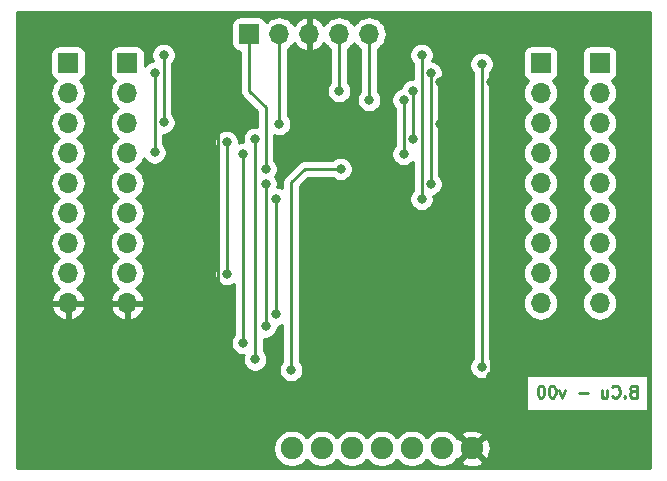
<source format=gbr>
G04 #@! TF.GenerationSoftware,KiCad,Pcbnew,(5.1.0)-1*
G04 #@! TF.CreationDate,2019-06-24T11:41:26+02:00*
G04 #@! TF.ProjectId,RF_433MHz_Receiver,52465f34-3333-44d4-987a-5f5265636569,00*
G04 #@! TF.SameCoordinates,Original*
G04 #@! TF.FileFunction,Copper,L2,Bot*
G04 #@! TF.FilePolarity,Positive*
%FSLAX46Y46*%
G04 Gerber Fmt 4.6, Leading zero omitted, Abs format (unit mm)*
G04 Created by KiCad (PCBNEW (5.1.0)-1) date 2019-06-24 11:41:26*
%MOMM*%
%LPD*%
G04 APERTURE LIST*
%ADD10C,0.250000*%
%ADD11C,1.900000*%
%ADD12O,1.700000X1.700000*%
%ADD13R,1.700000X1.700000*%
%ADD14C,0.800000*%
%ADD15C,0.254000*%
G04 APERTURE END LIST*
D10*
X102797333Y-82800571D02*
X102654476Y-82848190D01*
X102606857Y-82895809D01*
X102559238Y-82991047D01*
X102559238Y-83133904D01*
X102606857Y-83229142D01*
X102654476Y-83276761D01*
X102749714Y-83324380D01*
X103130666Y-83324380D01*
X103130666Y-82324380D01*
X102797333Y-82324380D01*
X102702095Y-82372000D01*
X102654476Y-82419619D01*
X102606857Y-82514857D01*
X102606857Y-82610095D01*
X102654476Y-82705333D01*
X102702095Y-82752952D01*
X102797333Y-82800571D01*
X103130666Y-82800571D01*
X102130666Y-83229142D02*
X102083047Y-83276761D01*
X102130666Y-83324380D01*
X102178285Y-83276761D01*
X102130666Y-83229142D01*
X102130666Y-83324380D01*
X101083047Y-83229142D02*
X101130666Y-83276761D01*
X101273523Y-83324380D01*
X101368761Y-83324380D01*
X101511619Y-83276761D01*
X101606857Y-83181523D01*
X101654476Y-83086285D01*
X101702095Y-82895809D01*
X101702095Y-82752952D01*
X101654476Y-82562476D01*
X101606857Y-82467238D01*
X101511619Y-82372000D01*
X101368761Y-82324380D01*
X101273523Y-82324380D01*
X101130666Y-82372000D01*
X101083047Y-82419619D01*
X100225904Y-82657714D02*
X100225904Y-83324380D01*
X100654476Y-82657714D02*
X100654476Y-83181523D01*
X100606857Y-83276761D01*
X100511619Y-83324380D01*
X100368761Y-83324380D01*
X100273523Y-83276761D01*
X100225904Y-83229142D01*
X98987809Y-82943428D02*
X98225904Y-82943428D01*
X97083047Y-82657714D02*
X96844952Y-83324380D01*
X96606857Y-82657714D01*
X96035428Y-82324380D02*
X95940190Y-82324380D01*
X95844952Y-82372000D01*
X95797333Y-82419619D01*
X95749714Y-82514857D01*
X95702095Y-82705333D01*
X95702095Y-82943428D01*
X95749714Y-83133904D01*
X95797333Y-83229142D01*
X95844952Y-83276761D01*
X95940190Y-83324380D01*
X96035428Y-83324380D01*
X96130666Y-83276761D01*
X96178285Y-83229142D01*
X96225904Y-83133904D01*
X96273523Y-82943428D01*
X96273523Y-82705333D01*
X96225904Y-82514857D01*
X96178285Y-82419619D01*
X96130666Y-82372000D01*
X96035428Y-82324380D01*
X95083047Y-82324380D02*
X94987809Y-82324380D01*
X94892571Y-82372000D01*
X94844952Y-82419619D01*
X94797333Y-82514857D01*
X94749714Y-82705333D01*
X94749714Y-82943428D01*
X94797333Y-83133904D01*
X94844952Y-83229142D01*
X94892571Y-83276761D01*
X94987809Y-83324380D01*
X95083047Y-83324380D01*
X95178285Y-83276761D01*
X95225904Y-83229142D01*
X95273523Y-83133904D01*
X95321142Y-82943428D01*
X95321142Y-82705333D01*
X95273523Y-82514857D01*
X95225904Y-82419619D01*
X95178285Y-82372000D01*
X95083047Y-82324380D01*
D11*
X89185000Y-87634000D03*
X79025000Y-87634000D03*
X76485000Y-87634000D03*
X73945000Y-87634000D03*
X81565000Y-87634000D03*
X84105000Y-87634000D03*
X86645000Y-87634000D03*
D12*
X80480000Y-52540000D03*
X77940000Y-52540000D03*
X75400000Y-52540000D03*
X72860000Y-52540000D03*
D13*
X70320000Y-52540000D03*
X55000000Y-55000000D03*
D12*
X55000000Y-57540000D03*
X55000000Y-60080000D03*
X55000000Y-62620000D03*
X55000000Y-65160000D03*
X55000000Y-67700000D03*
X55000000Y-70240000D03*
X55000000Y-72780000D03*
X55000000Y-75320000D03*
X95000000Y-75320000D03*
X95000000Y-72780000D03*
X95000000Y-70240000D03*
X95000000Y-67700000D03*
X95000000Y-65160000D03*
X95000000Y-62620000D03*
X95000000Y-60080000D03*
X95000000Y-57540000D03*
D13*
X95000000Y-55000000D03*
D12*
X60000000Y-75320000D03*
X60000000Y-72780000D03*
X60000000Y-70240000D03*
X60000000Y-67700000D03*
X60000000Y-65160000D03*
X60000000Y-62620000D03*
X60000000Y-60080000D03*
X60000000Y-57540000D03*
D13*
X60000000Y-55000000D03*
X100000000Y-55000000D03*
D12*
X100000000Y-57540000D03*
X100000000Y-60080000D03*
X100000000Y-62620000D03*
X100000000Y-65160000D03*
X100000000Y-67700000D03*
X100000000Y-70240000D03*
X100000000Y-72780000D03*
X100000000Y-75320000D03*
D14*
X75400000Y-56604000D03*
X67653000Y-75273000D03*
X67653000Y-56604000D03*
X86449000Y-60160000D03*
X86449000Y-56604000D03*
X90767000Y-81496000D03*
X90767000Y-56604000D03*
X90005000Y-80734000D03*
X90005000Y-55080000D03*
X80480000Y-58128000D03*
X83401000Y-58128000D03*
X83401000Y-62700000D03*
X77940000Y-57366000D03*
X84163000Y-61430000D03*
X84163000Y-57366000D03*
X71717000Y-63970000D03*
X72606000Y-66510000D03*
X72606000Y-76289000D03*
X71717000Y-65240000D03*
X71717000Y-77305000D03*
X69812000Y-78702000D03*
X69812000Y-62700000D03*
X70828000Y-61430000D03*
X70828000Y-80099000D03*
X73876000Y-80988000D03*
X78067000Y-63970000D03*
X63081000Y-54318000D03*
X63081000Y-60033000D03*
X84925000Y-66510000D03*
X84925000Y-54318000D03*
X62319000Y-55842000D03*
X62319000Y-62573000D03*
X85687000Y-65240000D03*
X85687000Y-55842000D03*
X68415000Y-72860000D03*
X68415000Y-61684000D03*
X72860000Y-60160000D03*
D10*
X75400000Y-52540000D02*
X75400000Y-56604000D01*
X67653000Y-75273000D02*
X67653000Y-56604000D01*
X86449000Y-60160000D02*
X86449000Y-56604000D01*
X90767000Y-81496000D02*
X90767000Y-56604000D01*
X90005000Y-80734000D02*
X90005000Y-55080000D01*
X80480000Y-52540000D02*
X80480000Y-58128000D01*
X83401000Y-58128000D02*
X83401000Y-62700000D01*
X77940000Y-52540000D02*
X77940000Y-57366000D01*
X84163000Y-61430000D02*
X84163000Y-57366000D01*
X70320000Y-52540000D02*
X70320000Y-57366000D01*
X71717000Y-58763000D02*
X71717000Y-63970000D01*
X70320000Y-57366000D02*
X71717000Y-58763000D01*
X72606000Y-66510000D02*
X72606000Y-76289000D01*
X71717000Y-65240000D02*
X71717000Y-77305000D01*
X69812000Y-78702000D02*
X69812000Y-62700000D01*
X70828000Y-77178000D02*
X70828000Y-80099000D01*
X70828000Y-61430000D02*
X70828000Y-77178000D01*
X75019000Y-63970000D02*
X78067000Y-63970000D01*
X73876000Y-80988000D02*
X73876000Y-65113000D01*
X73876000Y-65113000D02*
X75019000Y-63970000D01*
X63081000Y-54318000D02*
X63081000Y-60033000D01*
X84925000Y-66510000D02*
X84925000Y-54318000D01*
X62319000Y-55842000D02*
X62319000Y-62573000D01*
X85687000Y-65240000D02*
X85687000Y-55842000D01*
X68415000Y-61684000D02*
X68415000Y-72860000D01*
X72860000Y-52540000D02*
X72860000Y-60160000D01*
D15*
G36*
X104290001Y-89290000D02*
G01*
X50710000Y-89290000D01*
X50710000Y-87477891D01*
X72360000Y-87477891D01*
X72360000Y-87790109D01*
X72420911Y-88096327D01*
X72540391Y-88384779D01*
X72713850Y-88644379D01*
X72934621Y-88865150D01*
X73194221Y-89038609D01*
X73482673Y-89158089D01*
X73788891Y-89219000D01*
X74101109Y-89219000D01*
X74407327Y-89158089D01*
X74695779Y-89038609D01*
X74955379Y-88865150D01*
X75176150Y-88644379D01*
X75215000Y-88586236D01*
X75253850Y-88644379D01*
X75474621Y-88865150D01*
X75734221Y-89038609D01*
X76022673Y-89158089D01*
X76328891Y-89219000D01*
X76641109Y-89219000D01*
X76947327Y-89158089D01*
X77235779Y-89038609D01*
X77495379Y-88865150D01*
X77716150Y-88644379D01*
X77755000Y-88586236D01*
X77793850Y-88644379D01*
X78014621Y-88865150D01*
X78274221Y-89038609D01*
X78562673Y-89158089D01*
X78868891Y-89219000D01*
X79181109Y-89219000D01*
X79487327Y-89158089D01*
X79775779Y-89038609D01*
X80035379Y-88865150D01*
X80256150Y-88644379D01*
X80295000Y-88586236D01*
X80333850Y-88644379D01*
X80554621Y-88865150D01*
X80814221Y-89038609D01*
X81102673Y-89158089D01*
X81408891Y-89219000D01*
X81721109Y-89219000D01*
X82027327Y-89158089D01*
X82315779Y-89038609D01*
X82575379Y-88865150D01*
X82796150Y-88644379D01*
X82835000Y-88586236D01*
X82873850Y-88644379D01*
X83094621Y-88865150D01*
X83354221Y-89038609D01*
X83642673Y-89158089D01*
X83948891Y-89219000D01*
X84261109Y-89219000D01*
X84567327Y-89158089D01*
X84855779Y-89038609D01*
X85115379Y-88865150D01*
X85336150Y-88644379D01*
X85375000Y-88586236D01*
X85413850Y-88644379D01*
X85634621Y-88865150D01*
X85894221Y-89038609D01*
X86182673Y-89158089D01*
X86488891Y-89219000D01*
X86801109Y-89219000D01*
X87107327Y-89158089D01*
X87395779Y-89038609D01*
X87655379Y-88865150D01*
X87786777Y-88733752D01*
X88264853Y-88733752D01*
X88354579Y-88993042D01*
X88635671Y-89128935D01*
X88937873Y-89207379D01*
X89249573Y-89225359D01*
X89558791Y-89182184D01*
X89853644Y-89079513D01*
X90015421Y-88993042D01*
X90105147Y-88733752D01*
X89185000Y-87813605D01*
X88264853Y-88733752D01*
X87786777Y-88733752D01*
X87876150Y-88644379D01*
X87964387Y-88512324D01*
X88085248Y-88554147D01*
X89005395Y-87634000D01*
X89364605Y-87634000D01*
X90284752Y-88554147D01*
X90544042Y-88464421D01*
X90679935Y-88183329D01*
X90758379Y-87881127D01*
X90776359Y-87569427D01*
X90733184Y-87260209D01*
X90630513Y-86965356D01*
X90544042Y-86803579D01*
X90284752Y-86713853D01*
X89364605Y-87634000D01*
X89005395Y-87634000D01*
X88085248Y-86713853D01*
X87964387Y-86755676D01*
X87876150Y-86623621D01*
X87786777Y-86534248D01*
X88264853Y-86534248D01*
X89185000Y-87454395D01*
X90105147Y-86534248D01*
X90015421Y-86274958D01*
X89734329Y-86139065D01*
X89432127Y-86060621D01*
X89120427Y-86042641D01*
X88811209Y-86085816D01*
X88516356Y-86188487D01*
X88354579Y-86274958D01*
X88264853Y-86534248D01*
X87786777Y-86534248D01*
X87655379Y-86402850D01*
X87395779Y-86229391D01*
X87107327Y-86109911D01*
X86801109Y-86049000D01*
X86488891Y-86049000D01*
X86182673Y-86109911D01*
X85894221Y-86229391D01*
X85634621Y-86402850D01*
X85413850Y-86623621D01*
X85375000Y-86681764D01*
X85336150Y-86623621D01*
X85115379Y-86402850D01*
X84855779Y-86229391D01*
X84567327Y-86109911D01*
X84261109Y-86049000D01*
X83948891Y-86049000D01*
X83642673Y-86109911D01*
X83354221Y-86229391D01*
X83094621Y-86402850D01*
X82873850Y-86623621D01*
X82835000Y-86681764D01*
X82796150Y-86623621D01*
X82575379Y-86402850D01*
X82315779Y-86229391D01*
X82027327Y-86109911D01*
X81721109Y-86049000D01*
X81408891Y-86049000D01*
X81102673Y-86109911D01*
X80814221Y-86229391D01*
X80554621Y-86402850D01*
X80333850Y-86623621D01*
X80295000Y-86681764D01*
X80256150Y-86623621D01*
X80035379Y-86402850D01*
X79775779Y-86229391D01*
X79487327Y-86109911D01*
X79181109Y-86049000D01*
X78868891Y-86049000D01*
X78562673Y-86109911D01*
X78274221Y-86229391D01*
X78014621Y-86402850D01*
X77793850Y-86623621D01*
X77755000Y-86681764D01*
X77716150Y-86623621D01*
X77495379Y-86402850D01*
X77235779Y-86229391D01*
X76947327Y-86109911D01*
X76641109Y-86049000D01*
X76328891Y-86049000D01*
X76022673Y-86109911D01*
X75734221Y-86229391D01*
X75474621Y-86402850D01*
X75253850Y-86623621D01*
X75215000Y-86681764D01*
X75176150Y-86623621D01*
X74955379Y-86402850D01*
X74695779Y-86229391D01*
X74407327Y-86109911D01*
X74101109Y-86049000D01*
X73788891Y-86049000D01*
X73482673Y-86109911D01*
X73194221Y-86229391D01*
X72934621Y-86402850D01*
X72713850Y-86623621D01*
X72540391Y-86883221D01*
X72420911Y-87171673D01*
X72360000Y-87477891D01*
X50710000Y-87477891D01*
X50710000Y-75676890D01*
X53558524Y-75676890D01*
X53603175Y-75824099D01*
X53728359Y-76086920D01*
X53902412Y-76320269D01*
X54118645Y-76515178D01*
X54368748Y-76664157D01*
X54643109Y-76761481D01*
X54873000Y-76640814D01*
X54873000Y-75447000D01*
X55127000Y-75447000D01*
X55127000Y-76640814D01*
X55356891Y-76761481D01*
X55631252Y-76664157D01*
X55881355Y-76515178D01*
X56097588Y-76320269D01*
X56271641Y-76086920D01*
X56396825Y-75824099D01*
X56441476Y-75676890D01*
X58558524Y-75676890D01*
X58603175Y-75824099D01*
X58728359Y-76086920D01*
X58902412Y-76320269D01*
X59118645Y-76515178D01*
X59368748Y-76664157D01*
X59643109Y-76761481D01*
X59873000Y-76640814D01*
X59873000Y-75447000D01*
X60127000Y-75447000D01*
X60127000Y-76640814D01*
X60356891Y-76761481D01*
X60631252Y-76664157D01*
X60881355Y-76515178D01*
X61097588Y-76320269D01*
X61271641Y-76086920D01*
X61396825Y-75824099D01*
X61441476Y-75676890D01*
X61320155Y-75447000D01*
X60127000Y-75447000D01*
X59873000Y-75447000D01*
X58679845Y-75447000D01*
X58558524Y-75676890D01*
X56441476Y-75676890D01*
X56320155Y-75447000D01*
X55127000Y-75447000D01*
X54873000Y-75447000D01*
X53679845Y-75447000D01*
X53558524Y-75676890D01*
X50710000Y-75676890D01*
X50710000Y-57540000D01*
X53507815Y-57540000D01*
X53536487Y-57831111D01*
X53621401Y-58111034D01*
X53759294Y-58369014D01*
X53944866Y-58595134D01*
X54170986Y-58780706D01*
X54225791Y-58810000D01*
X54170986Y-58839294D01*
X53944866Y-59024866D01*
X53759294Y-59250986D01*
X53621401Y-59508966D01*
X53536487Y-59788889D01*
X53507815Y-60080000D01*
X53536487Y-60371111D01*
X53621401Y-60651034D01*
X53759294Y-60909014D01*
X53944866Y-61135134D01*
X54170986Y-61320706D01*
X54225791Y-61350000D01*
X54170986Y-61379294D01*
X53944866Y-61564866D01*
X53759294Y-61790986D01*
X53621401Y-62048966D01*
X53536487Y-62328889D01*
X53507815Y-62620000D01*
X53536487Y-62911111D01*
X53621401Y-63191034D01*
X53759294Y-63449014D01*
X53944866Y-63675134D01*
X54170986Y-63860706D01*
X54225791Y-63890000D01*
X54170986Y-63919294D01*
X53944866Y-64104866D01*
X53759294Y-64330986D01*
X53621401Y-64588966D01*
X53536487Y-64868889D01*
X53507815Y-65160000D01*
X53536487Y-65451111D01*
X53621401Y-65731034D01*
X53759294Y-65989014D01*
X53944866Y-66215134D01*
X54170986Y-66400706D01*
X54225791Y-66430000D01*
X54170986Y-66459294D01*
X53944866Y-66644866D01*
X53759294Y-66870986D01*
X53621401Y-67128966D01*
X53536487Y-67408889D01*
X53507815Y-67700000D01*
X53536487Y-67991111D01*
X53621401Y-68271034D01*
X53759294Y-68529014D01*
X53944866Y-68755134D01*
X54170986Y-68940706D01*
X54225791Y-68970000D01*
X54170986Y-68999294D01*
X53944866Y-69184866D01*
X53759294Y-69410986D01*
X53621401Y-69668966D01*
X53536487Y-69948889D01*
X53507815Y-70240000D01*
X53536487Y-70531111D01*
X53621401Y-70811034D01*
X53759294Y-71069014D01*
X53944866Y-71295134D01*
X54170986Y-71480706D01*
X54225791Y-71510000D01*
X54170986Y-71539294D01*
X53944866Y-71724866D01*
X53759294Y-71950986D01*
X53621401Y-72208966D01*
X53536487Y-72488889D01*
X53507815Y-72780000D01*
X53536487Y-73071111D01*
X53621401Y-73351034D01*
X53759294Y-73609014D01*
X53944866Y-73835134D01*
X54170986Y-74020706D01*
X54235523Y-74055201D01*
X54118645Y-74124822D01*
X53902412Y-74319731D01*
X53728359Y-74553080D01*
X53603175Y-74815901D01*
X53558524Y-74963110D01*
X53679845Y-75193000D01*
X54873000Y-75193000D01*
X54873000Y-75173000D01*
X55127000Y-75173000D01*
X55127000Y-75193000D01*
X56320155Y-75193000D01*
X56441476Y-74963110D01*
X56396825Y-74815901D01*
X56271641Y-74553080D01*
X56097588Y-74319731D01*
X55881355Y-74124822D01*
X55764477Y-74055201D01*
X55829014Y-74020706D01*
X56055134Y-73835134D01*
X56240706Y-73609014D01*
X56378599Y-73351034D01*
X56463513Y-73071111D01*
X56492185Y-72780000D01*
X56463513Y-72488889D01*
X56378599Y-72208966D01*
X56240706Y-71950986D01*
X56055134Y-71724866D01*
X55829014Y-71539294D01*
X55774209Y-71510000D01*
X55829014Y-71480706D01*
X56055134Y-71295134D01*
X56240706Y-71069014D01*
X56378599Y-70811034D01*
X56463513Y-70531111D01*
X56492185Y-70240000D01*
X56463513Y-69948889D01*
X56378599Y-69668966D01*
X56240706Y-69410986D01*
X56055134Y-69184866D01*
X55829014Y-68999294D01*
X55774209Y-68970000D01*
X55829014Y-68940706D01*
X56055134Y-68755134D01*
X56240706Y-68529014D01*
X56378599Y-68271034D01*
X56463513Y-67991111D01*
X56492185Y-67700000D01*
X56463513Y-67408889D01*
X56378599Y-67128966D01*
X56240706Y-66870986D01*
X56055134Y-66644866D01*
X55829014Y-66459294D01*
X55774209Y-66430000D01*
X55829014Y-66400706D01*
X56055134Y-66215134D01*
X56240706Y-65989014D01*
X56378599Y-65731034D01*
X56463513Y-65451111D01*
X56492185Y-65160000D01*
X56463513Y-64868889D01*
X56378599Y-64588966D01*
X56240706Y-64330986D01*
X56055134Y-64104866D01*
X55829014Y-63919294D01*
X55774209Y-63890000D01*
X55829014Y-63860706D01*
X56055134Y-63675134D01*
X56240706Y-63449014D01*
X56378599Y-63191034D01*
X56463513Y-62911111D01*
X56492185Y-62620000D01*
X56463513Y-62328889D01*
X56378599Y-62048966D01*
X56240706Y-61790986D01*
X56055134Y-61564866D01*
X55829014Y-61379294D01*
X55774209Y-61350000D01*
X55829014Y-61320706D01*
X56055134Y-61135134D01*
X56240706Y-60909014D01*
X56378599Y-60651034D01*
X56463513Y-60371111D01*
X56492185Y-60080000D01*
X56463513Y-59788889D01*
X56378599Y-59508966D01*
X56240706Y-59250986D01*
X56055134Y-59024866D01*
X55829014Y-58839294D01*
X55774209Y-58810000D01*
X55829014Y-58780706D01*
X56055134Y-58595134D01*
X56240706Y-58369014D01*
X56378599Y-58111034D01*
X56463513Y-57831111D01*
X56492185Y-57540000D01*
X58507815Y-57540000D01*
X58536487Y-57831111D01*
X58621401Y-58111034D01*
X58759294Y-58369014D01*
X58944866Y-58595134D01*
X59170986Y-58780706D01*
X59225791Y-58810000D01*
X59170986Y-58839294D01*
X58944866Y-59024866D01*
X58759294Y-59250986D01*
X58621401Y-59508966D01*
X58536487Y-59788889D01*
X58507815Y-60080000D01*
X58536487Y-60371111D01*
X58621401Y-60651034D01*
X58759294Y-60909014D01*
X58944866Y-61135134D01*
X59170986Y-61320706D01*
X59225791Y-61350000D01*
X59170986Y-61379294D01*
X58944866Y-61564866D01*
X58759294Y-61790986D01*
X58621401Y-62048966D01*
X58536487Y-62328889D01*
X58507815Y-62620000D01*
X58536487Y-62911111D01*
X58621401Y-63191034D01*
X58759294Y-63449014D01*
X58944866Y-63675134D01*
X59170986Y-63860706D01*
X59225791Y-63890000D01*
X59170986Y-63919294D01*
X58944866Y-64104866D01*
X58759294Y-64330986D01*
X58621401Y-64588966D01*
X58536487Y-64868889D01*
X58507815Y-65160000D01*
X58536487Y-65451111D01*
X58621401Y-65731034D01*
X58759294Y-65989014D01*
X58944866Y-66215134D01*
X59170986Y-66400706D01*
X59225791Y-66430000D01*
X59170986Y-66459294D01*
X58944866Y-66644866D01*
X58759294Y-66870986D01*
X58621401Y-67128966D01*
X58536487Y-67408889D01*
X58507815Y-67700000D01*
X58536487Y-67991111D01*
X58621401Y-68271034D01*
X58759294Y-68529014D01*
X58944866Y-68755134D01*
X59170986Y-68940706D01*
X59225791Y-68970000D01*
X59170986Y-68999294D01*
X58944866Y-69184866D01*
X58759294Y-69410986D01*
X58621401Y-69668966D01*
X58536487Y-69948889D01*
X58507815Y-70240000D01*
X58536487Y-70531111D01*
X58621401Y-70811034D01*
X58759294Y-71069014D01*
X58944866Y-71295134D01*
X59170986Y-71480706D01*
X59225791Y-71510000D01*
X59170986Y-71539294D01*
X58944866Y-71724866D01*
X58759294Y-71950986D01*
X58621401Y-72208966D01*
X58536487Y-72488889D01*
X58507815Y-72780000D01*
X58536487Y-73071111D01*
X58621401Y-73351034D01*
X58759294Y-73609014D01*
X58944866Y-73835134D01*
X59170986Y-74020706D01*
X59235523Y-74055201D01*
X59118645Y-74124822D01*
X58902412Y-74319731D01*
X58728359Y-74553080D01*
X58603175Y-74815901D01*
X58558524Y-74963110D01*
X58679845Y-75193000D01*
X59873000Y-75193000D01*
X59873000Y-75173000D01*
X60127000Y-75173000D01*
X60127000Y-75193000D01*
X61320155Y-75193000D01*
X61441476Y-74963110D01*
X61396825Y-74815901D01*
X61271641Y-74553080D01*
X61097588Y-74319731D01*
X60881355Y-74124822D01*
X60764477Y-74055201D01*
X60829014Y-74020706D01*
X61055134Y-73835134D01*
X61240706Y-73609014D01*
X61378599Y-73351034D01*
X61463513Y-73071111D01*
X61492185Y-72780000D01*
X61463513Y-72488889D01*
X61378599Y-72208966D01*
X61240706Y-71950986D01*
X61055134Y-71724866D01*
X60829014Y-71539294D01*
X60774209Y-71510000D01*
X60829014Y-71480706D01*
X61055134Y-71295134D01*
X61240706Y-71069014D01*
X61378599Y-70811034D01*
X61463513Y-70531111D01*
X61492185Y-70240000D01*
X61463513Y-69948889D01*
X61378599Y-69668966D01*
X61240706Y-69410986D01*
X61055134Y-69184866D01*
X60829014Y-68999294D01*
X60774209Y-68970000D01*
X60829014Y-68940706D01*
X61055134Y-68755134D01*
X61240706Y-68529014D01*
X61378599Y-68271034D01*
X61463513Y-67991111D01*
X61492185Y-67700000D01*
X61463513Y-67408889D01*
X61378599Y-67128966D01*
X61240706Y-66870986D01*
X61055134Y-66644866D01*
X60829014Y-66459294D01*
X60774209Y-66430000D01*
X60829014Y-66400706D01*
X61055134Y-66215134D01*
X61240706Y-65989014D01*
X61378599Y-65731034D01*
X61463513Y-65451111D01*
X61492185Y-65160000D01*
X61463513Y-64868889D01*
X61378599Y-64588966D01*
X61240706Y-64330986D01*
X61055134Y-64104866D01*
X60829014Y-63919294D01*
X60774209Y-63890000D01*
X60829014Y-63860706D01*
X61055134Y-63675134D01*
X61240706Y-63449014D01*
X61378599Y-63191034D01*
X61412500Y-63079277D01*
X61515063Y-63232774D01*
X61659226Y-63376937D01*
X61828744Y-63490205D01*
X62017102Y-63568226D01*
X62217061Y-63608000D01*
X62420939Y-63608000D01*
X62620898Y-63568226D01*
X62809256Y-63490205D01*
X62978774Y-63376937D01*
X63122937Y-63232774D01*
X63236205Y-63063256D01*
X63314226Y-62874898D01*
X63354000Y-62674939D01*
X63354000Y-62471061D01*
X63314226Y-62271102D01*
X63236205Y-62082744D01*
X63122937Y-61913226D01*
X63079000Y-61869289D01*
X63079000Y-61582061D01*
X67380000Y-61582061D01*
X67380000Y-61785939D01*
X67419774Y-61985898D01*
X67497795Y-62174256D01*
X67611063Y-62343774D01*
X67655000Y-62387711D01*
X67655001Y-72156288D01*
X67611063Y-72200226D01*
X67497795Y-72369744D01*
X67419774Y-72558102D01*
X67380000Y-72758061D01*
X67380000Y-72961939D01*
X67419774Y-73161898D01*
X67497795Y-73350256D01*
X67611063Y-73519774D01*
X67755226Y-73663937D01*
X67924744Y-73777205D01*
X68113102Y-73855226D01*
X68313061Y-73895000D01*
X68516939Y-73895000D01*
X68716898Y-73855226D01*
X68905256Y-73777205D01*
X69052000Y-73679154D01*
X69052000Y-77998289D01*
X69008063Y-78042226D01*
X68894795Y-78211744D01*
X68816774Y-78400102D01*
X68777000Y-78600061D01*
X68777000Y-78803939D01*
X68816774Y-79003898D01*
X68894795Y-79192256D01*
X69008063Y-79361774D01*
X69152226Y-79505937D01*
X69321744Y-79619205D01*
X69510102Y-79697226D01*
X69710061Y-79737000D01*
X69857669Y-79737000D01*
X69832774Y-79797102D01*
X69793000Y-79997061D01*
X69793000Y-80200939D01*
X69832774Y-80400898D01*
X69910795Y-80589256D01*
X70024063Y-80758774D01*
X70168226Y-80902937D01*
X70337744Y-81016205D01*
X70526102Y-81094226D01*
X70726061Y-81134000D01*
X70929939Y-81134000D01*
X71129898Y-81094226D01*
X71318256Y-81016205D01*
X71487774Y-80902937D01*
X71631937Y-80758774D01*
X71745205Y-80589256D01*
X71823226Y-80400898D01*
X71863000Y-80200939D01*
X71863000Y-79997061D01*
X71823226Y-79797102D01*
X71745205Y-79608744D01*
X71631937Y-79439226D01*
X71588000Y-79395289D01*
X71588000Y-78334617D01*
X71615061Y-78340000D01*
X71818939Y-78340000D01*
X72018898Y-78300226D01*
X72207256Y-78222205D01*
X72376774Y-78108937D01*
X72520937Y-77964774D01*
X72634205Y-77795256D01*
X72712226Y-77606898D01*
X72752000Y-77406939D01*
X72752000Y-77315236D01*
X72907898Y-77284226D01*
X73096256Y-77206205D01*
X73116000Y-77193012D01*
X73116000Y-80284289D01*
X73072063Y-80328226D01*
X72958795Y-80497744D01*
X72880774Y-80686102D01*
X72841000Y-80886061D01*
X72841000Y-81089939D01*
X72880774Y-81289898D01*
X72958795Y-81478256D01*
X73072063Y-81647774D01*
X73216226Y-81791937D01*
X73385744Y-81905205D01*
X73574102Y-81983226D01*
X73774061Y-82023000D01*
X73977939Y-82023000D01*
X74177898Y-81983226D01*
X74366256Y-81905205D01*
X74535774Y-81791937D01*
X74679937Y-81647774D01*
X74793205Y-81478256D01*
X74871226Y-81289898D01*
X74911000Y-81089939D01*
X74911000Y-80886061D01*
X74871226Y-80686102D01*
X74793205Y-80497744D01*
X74679937Y-80328226D01*
X74636000Y-80284289D01*
X74636000Y-65427801D01*
X75333802Y-64730000D01*
X77363289Y-64730000D01*
X77407226Y-64773937D01*
X77576744Y-64887205D01*
X77765102Y-64965226D01*
X77965061Y-65005000D01*
X78168939Y-65005000D01*
X78368898Y-64965226D01*
X78557256Y-64887205D01*
X78726774Y-64773937D01*
X78870937Y-64629774D01*
X78984205Y-64460256D01*
X79062226Y-64271898D01*
X79102000Y-64071939D01*
X79102000Y-63868061D01*
X79062226Y-63668102D01*
X78984205Y-63479744D01*
X78870937Y-63310226D01*
X78726774Y-63166063D01*
X78557256Y-63052795D01*
X78368898Y-62974774D01*
X78168939Y-62935000D01*
X77965061Y-62935000D01*
X77765102Y-62974774D01*
X77576744Y-63052795D01*
X77407226Y-63166063D01*
X77363289Y-63210000D01*
X75056322Y-63210000D01*
X75018999Y-63206324D01*
X74981676Y-63210000D01*
X74981667Y-63210000D01*
X74870014Y-63220997D01*
X74726753Y-63264454D01*
X74594723Y-63335026D01*
X74564568Y-63359774D01*
X74478999Y-63429999D01*
X74455201Y-63458997D01*
X73364998Y-64549201D01*
X73336000Y-64572999D01*
X73312202Y-64601997D01*
X73312201Y-64601998D01*
X73241026Y-64688724D01*
X73170454Y-64820754D01*
X73155853Y-64868889D01*
X73131931Y-64947754D01*
X73126998Y-64964015D01*
X73112324Y-65113000D01*
X73116001Y-65150333D01*
X73116001Y-65605988D01*
X73096256Y-65592795D01*
X72907898Y-65514774D01*
X72724863Y-65478366D01*
X72752000Y-65341939D01*
X72752000Y-65138061D01*
X72712226Y-64938102D01*
X72634205Y-64749744D01*
X72537490Y-64605000D01*
X72634205Y-64460256D01*
X72712226Y-64271898D01*
X72752000Y-64071939D01*
X72752000Y-63868061D01*
X72712226Y-63668102D01*
X72634205Y-63479744D01*
X72520937Y-63310226D01*
X72477000Y-63266289D01*
X72477000Y-61121632D01*
X72558102Y-61155226D01*
X72758061Y-61195000D01*
X72961939Y-61195000D01*
X73161898Y-61155226D01*
X73350256Y-61077205D01*
X73519774Y-60963937D01*
X73663937Y-60819774D01*
X73777205Y-60650256D01*
X73855226Y-60461898D01*
X73895000Y-60261939D01*
X73895000Y-60058061D01*
X73855226Y-59858102D01*
X73777205Y-59669744D01*
X73663937Y-59500226D01*
X73620000Y-59456289D01*
X73620000Y-53817595D01*
X73689014Y-53780706D01*
X73915134Y-53595134D01*
X74100706Y-53369014D01*
X74135201Y-53304477D01*
X74204822Y-53421355D01*
X74399731Y-53637588D01*
X74633080Y-53811641D01*
X74895901Y-53936825D01*
X75043110Y-53981476D01*
X75273000Y-53860155D01*
X75273000Y-52667000D01*
X75253000Y-52667000D01*
X75253000Y-52413000D01*
X75273000Y-52413000D01*
X75273000Y-51219845D01*
X75527000Y-51219845D01*
X75527000Y-52413000D01*
X75547000Y-52413000D01*
X75547000Y-52667000D01*
X75527000Y-52667000D01*
X75527000Y-53860155D01*
X75756890Y-53981476D01*
X75904099Y-53936825D01*
X76166920Y-53811641D01*
X76400269Y-53637588D01*
X76595178Y-53421355D01*
X76664799Y-53304477D01*
X76699294Y-53369014D01*
X76884866Y-53595134D01*
X77110986Y-53780706D01*
X77180000Y-53817595D01*
X77180001Y-56662288D01*
X77136063Y-56706226D01*
X77022795Y-56875744D01*
X76944774Y-57064102D01*
X76905000Y-57264061D01*
X76905000Y-57467939D01*
X76944774Y-57667898D01*
X77022795Y-57856256D01*
X77136063Y-58025774D01*
X77280226Y-58169937D01*
X77449744Y-58283205D01*
X77638102Y-58361226D01*
X77838061Y-58401000D01*
X78041939Y-58401000D01*
X78241898Y-58361226D01*
X78430256Y-58283205D01*
X78599774Y-58169937D01*
X78743937Y-58025774D01*
X78857205Y-57856256D01*
X78935226Y-57667898D01*
X78975000Y-57467939D01*
X78975000Y-57264061D01*
X78935226Y-57064102D01*
X78857205Y-56875744D01*
X78743937Y-56706226D01*
X78700000Y-56662289D01*
X78700000Y-53817595D01*
X78769014Y-53780706D01*
X78995134Y-53595134D01*
X79180706Y-53369014D01*
X79210000Y-53314209D01*
X79239294Y-53369014D01*
X79424866Y-53595134D01*
X79650986Y-53780706D01*
X79720000Y-53817595D01*
X79720001Y-57424288D01*
X79676063Y-57468226D01*
X79562795Y-57637744D01*
X79484774Y-57826102D01*
X79445000Y-58026061D01*
X79445000Y-58229939D01*
X79484774Y-58429898D01*
X79562795Y-58618256D01*
X79676063Y-58787774D01*
X79820226Y-58931937D01*
X79989744Y-59045205D01*
X80178102Y-59123226D01*
X80378061Y-59163000D01*
X80581939Y-59163000D01*
X80781898Y-59123226D01*
X80970256Y-59045205D01*
X81139774Y-58931937D01*
X81283937Y-58787774D01*
X81397205Y-58618256D01*
X81475226Y-58429898D01*
X81515000Y-58229939D01*
X81515000Y-58026061D01*
X82366000Y-58026061D01*
X82366000Y-58229939D01*
X82405774Y-58429898D01*
X82483795Y-58618256D01*
X82597063Y-58787774D01*
X82641000Y-58831711D01*
X82641001Y-61996288D01*
X82597063Y-62040226D01*
X82483795Y-62209744D01*
X82405774Y-62398102D01*
X82366000Y-62598061D01*
X82366000Y-62801939D01*
X82405774Y-63001898D01*
X82483795Y-63190256D01*
X82597063Y-63359774D01*
X82741226Y-63503937D01*
X82910744Y-63617205D01*
X83099102Y-63695226D01*
X83299061Y-63735000D01*
X83502939Y-63735000D01*
X83702898Y-63695226D01*
X83891256Y-63617205D01*
X84060774Y-63503937D01*
X84165000Y-63399711D01*
X84165000Y-65806289D01*
X84121063Y-65850226D01*
X84007795Y-66019744D01*
X83929774Y-66208102D01*
X83890000Y-66408061D01*
X83890000Y-66611939D01*
X83929774Y-66811898D01*
X84007795Y-67000256D01*
X84121063Y-67169774D01*
X84265226Y-67313937D01*
X84434744Y-67427205D01*
X84623102Y-67505226D01*
X84823061Y-67545000D01*
X85026939Y-67545000D01*
X85226898Y-67505226D01*
X85415256Y-67427205D01*
X85584774Y-67313937D01*
X85728937Y-67169774D01*
X85842205Y-67000256D01*
X85920226Y-66811898D01*
X85960000Y-66611939D01*
X85960000Y-66408061D01*
X85928030Y-66247333D01*
X85988898Y-66235226D01*
X86177256Y-66157205D01*
X86346774Y-66043937D01*
X86490937Y-65899774D01*
X86604205Y-65730256D01*
X86682226Y-65541898D01*
X86722000Y-65341939D01*
X86722000Y-65138061D01*
X86682226Y-64938102D01*
X86604205Y-64749744D01*
X86490937Y-64580226D01*
X86447000Y-64536289D01*
X86447000Y-56545711D01*
X86490937Y-56501774D01*
X86604205Y-56332256D01*
X86682226Y-56143898D01*
X86722000Y-55943939D01*
X86722000Y-55740061D01*
X86682226Y-55540102D01*
X86604205Y-55351744D01*
X86490937Y-55182226D01*
X86346774Y-55038063D01*
X86256975Y-54978061D01*
X88970000Y-54978061D01*
X88970000Y-55181939D01*
X89009774Y-55381898D01*
X89087795Y-55570256D01*
X89201063Y-55739774D01*
X89245001Y-55783712D01*
X89245000Y-80030289D01*
X89201063Y-80074226D01*
X89087795Y-80243744D01*
X89009774Y-80432102D01*
X88970000Y-80632061D01*
X88970000Y-80835939D01*
X89009774Y-81035898D01*
X89087795Y-81224256D01*
X89201063Y-81393774D01*
X89345226Y-81537937D01*
X89514744Y-81651205D01*
X89703102Y-81729226D01*
X89903061Y-81769000D01*
X90106939Y-81769000D01*
X90306898Y-81729226D01*
X90495256Y-81651205D01*
X90664774Y-81537937D01*
X90748211Y-81454500D01*
X93799238Y-81454500D01*
X93799238Y-84474500D01*
X104128762Y-84474500D01*
X104128762Y-81454500D01*
X93799238Y-81454500D01*
X90748211Y-81454500D01*
X90808937Y-81393774D01*
X90922205Y-81224256D01*
X91000226Y-81035898D01*
X91040000Y-80835939D01*
X91040000Y-80632061D01*
X91000226Y-80432102D01*
X90922205Y-80243744D01*
X90808937Y-80074226D01*
X90765000Y-80030289D01*
X90765000Y-57540000D01*
X93507815Y-57540000D01*
X93536487Y-57831111D01*
X93621401Y-58111034D01*
X93759294Y-58369014D01*
X93944866Y-58595134D01*
X94170986Y-58780706D01*
X94225791Y-58810000D01*
X94170986Y-58839294D01*
X93944866Y-59024866D01*
X93759294Y-59250986D01*
X93621401Y-59508966D01*
X93536487Y-59788889D01*
X93507815Y-60080000D01*
X93536487Y-60371111D01*
X93621401Y-60651034D01*
X93759294Y-60909014D01*
X93944866Y-61135134D01*
X94170986Y-61320706D01*
X94225791Y-61350000D01*
X94170986Y-61379294D01*
X93944866Y-61564866D01*
X93759294Y-61790986D01*
X93621401Y-62048966D01*
X93536487Y-62328889D01*
X93507815Y-62620000D01*
X93536487Y-62911111D01*
X93621401Y-63191034D01*
X93759294Y-63449014D01*
X93944866Y-63675134D01*
X94170986Y-63860706D01*
X94225791Y-63890000D01*
X94170986Y-63919294D01*
X93944866Y-64104866D01*
X93759294Y-64330986D01*
X93621401Y-64588966D01*
X93536487Y-64868889D01*
X93507815Y-65160000D01*
X93536487Y-65451111D01*
X93621401Y-65731034D01*
X93759294Y-65989014D01*
X93944866Y-66215134D01*
X94170986Y-66400706D01*
X94225791Y-66430000D01*
X94170986Y-66459294D01*
X93944866Y-66644866D01*
X93759294Y-66870986D01*
X93621401Y-67128966D01*
X93536487Y-67408889D01*
X93507815Y-67700000D01*
X93536487Y-67991111D01*
X93621401Y-68271034D01*
X93759294Y-68529014D01*
X93944866Y-68755134D01*
X94170986Y-68940706D01*
X94225791Y-68970000D01*
X94170986Y-68999294D01*
X93944866Y-69184866D01*
X93759294Y-69410986D01*
X93621401Y-69668966D01*
X93536487Y-69948889D01*
X93507815Y-70240000D01*
X93536487Y-70531111D01*
X93621401Y-70811034D01*
X93759294Y-71069014D01*
X93944866Y-71295134D01*
X94170986Y-71480706D01*
X94225791Y-71510000D01*
X94170986Y-71539294D01*
X93944866Y-71724866D01*
X93759294Y-71950986D01*
X93621401Y-72208966D01*
X93536487Y-72488889D01*
X93507815Y-72780000D01*
X93536487Y-73071111D01*
X93621401Y-73351034D01*
X93759294Y-73609014D01*
X93944866Y-73835134D01*
X94170986Y-74020706D01*
X94225791Y-74050000D01*
X94170986Y-74079294D01*
X93944866Y-74264866D01*
X93759294Y-74490986D01*
X93621401Y-74748966D01*
X93536487Y-75028889D01*
X93507815Y-75320000D01*
X93536487Y-75611111D01*
X93621401Y-75891034D01*
X93759294Y-76149014D01*
X93944866Y-76375134D01*
X94170986Y-76560706D01*
X94428966Y-76698599D01*
X94708889Y-76783513D01*
X94927050Y-76805000D01*
X95072950Y-76805000D01*
X95291111Y-76783513D01*
X95571034Y-76698599D01*
X95829014Y-76560706D01*
X96055134Y-76375134D01*
X96240706Y-76149014D01*
X96378599Y-75891034D01*
X96463513Y-75611111D01*
X96492185Y-75320000D01*
X96463513Y-75028889D01*
X96378599Y-74748966D01*
X96240706Y-74490986D01*
X96055134Y-74264866D01*
X95829014Y-74079294D01*
X95774209Y-74050000D01*
X95829014Y-74020706D01*
X96055134Y-73835134D01*
X96240706Y-73609014D01*
X96378599Y-73351034D01*
X96463513Y-73071111D01*
X96492185Y-72780000D01*
X96463513Y-72488889D01*
X96378599Y-72208966D01*
X96240706Y-71950986D01*
X96055134Y-71724866D01*
X95829014Y-71539294D01*
X95774209Y-71510000D01*
X95829014Y-71480706D01*
X96055134Y-71295134D01*
X96240706Y-71069014D01*
X96378599Y-70811034D01*
X96463513Y-70531111D01*
X96492185Y-70240000D01*
X96463513Y-69948889D01*
X96378599Y-69668966D01*
X96240706Y-69410986D01*
X96055134Y-69184866D01*
X95829014Y-68999294D01*
X95774209Y-68970000D01*
X95829014Y-68940706D01*
X96055134Y-68755134D01*
X96240706Y-68529014D01*
X96378599Y-68271034D01*
X96463513Y-67991111D01*
X96492185Y-67700000D01*
X96463513Y-67408889D01*
X96378599Y-67128966D01*
X96240706Y-66870986D01*
X96055134Y-66644866D01*
X95829014Y-66459294D01*
X95774209Y-66430000D01*
X95829014Y-66400706D01*
X96055134Y-66215134D01*
X96240706Y-65989014D01*
X96378599Y-65731034D01*
X96463513Y-65451111D01*
X96492185Y-65160000D01*
X96463513Y-64868889D01*
X96378599Y-64588966D01*
X96240706Y-64330986D01*
X96055134Y-64104866D01*
X95829014Y-63919294D01*
X95774209Y-63890000D01*
X95829014Y-63860706D01*
X96055134Y-63675134D01*
X96240706Y-63449014D01*
X96378599Y-63191034D01*
X96463513Y-62911111D01*
X96492185Y-62620000D01*
X96463513Y-62328889D01*
X96378599Y-62048966D01*
X96240706Y-61790986D01*
X96055134Y-61564866D01*
X95829014Y-61379294D01*
X95774209Y-61350000D01*
X95829014Y-61320706D01*
X96055134Y-61135134D01*
X96240706Y-60909014D01*
X96378599Y-60651034D01*
X96463513Y-60371111D01*
X96492185Y-60080000D01*
X96463513Y-59788889D01*
X96378599Y-59508966D01*
X96240706Y-59250986D01*
X96055134Y-59024866D01*
X95829014Y-58839294D01*
X95774209Y-58810000D01*
X95829014Y-58780706D01*
X96055134Y-58595134D01*
X96240706Y-58369014D01*
X96378599Y-58111034D01*
X96463513Y-57831111D01*
X96492185Y-57540000D01*
X98507815Y-57540000D01*
X98536487Y-57831111D01*
X98621401Y-58111034D01*
X98759294Y-58369014D01*
X98944866Y-58595134D01*
X99170986Y-58780706D01*
X99225791Y-58810000D01*
X99170986Y-58839294D01*
X98944866Y-59024866D01*
X98759294Y-59250986D01*
X98621401Y-59508966D01*
X98536487Y-59788889D01*
X98507815Y-60080000D01*
X98536487Y-60371111D01*
X98621401Y-60651034D01*
X98759294Y-60909014D01*
X98944866Y-61135134D01*
X99170986Y-61320706D01*
X99225791Y-61350000D01*
X99170986Y-61379294D01*
X98944866Y-61564866D01*
X98759294Y-61790986D01*
X98621401Y-62048966D01*
X98536487Y-62328889D01*
X98507815Y-62620000D01*
X98536487Y-62911111D01*
X98621401Y-63191034D01*
X98759294Y-63449014D01*
X98944866Y-63675134D01*
X99170986Y-63860706D01*
X99225791Y-63890000D01*
X99170986Y-63919294D01*
X98944866Y-64104866D01*
X98759294Y-64330986D01*
X98621401Y-64588966D01*
X98536487Y-64868889D01*
X98507815Y-65160000D01*
X98536487Y-65451111D01*
X98621401Y-65731034D01*
X98759294Y-65989014D01*
X98944866Y-66215134D01*
X99170986Y-66400706D01*
X99225791Y-66430000D01*
X99170986Y-66459294D01*
X98944866Y-66644866D01*
X98759294Y-66870986D01*
X98621401Y-67128966D01*
X98536487Y-67408889D01*
X98507815Y-67700000D01*
X98536487Y-67991111D01*
X98621401Y-68271034D01*
X98759294Y-68529014D01*
X98944866Y-68755134D01*
X99170986Y-68940706D01*
X99225791Y-68970000D01*
X99170986Y-68999294D01*
X98944866Y-69184866D01*
X98759294Y-69410986D01*
X98621401Y-69668966D01*
X98536487Y-69948889D01*
X98507815Y-70240000D01*
X98536487Y-70531111D01*
X98621401Y-70811034D01*
X98759294Y-71069014D01*
X98944866Y-71295134D01*
X99170986Y-71480706D01*
X99225791Y-71510000D01*
X99170986Y-71539294D01*
X98944866Y-71724866D01*
X98759294Y-71950986D01*
X98621401Y-72208966D01*
X98536487Y-72488889D01*
X98507815Y-72780000D01*
X98536487Y-73071111D01*
X98621401Y-73351034D01*
X98759294Y-73609014D01*
X98944866Y-73835134D01*
X99170986Y-74020706D01*
X99225791Y-74050000D01*
X99170986Y-74079294D01*
X98944866Y-74264866D01*
X98759294Y-74490986D01*
X98621401Y-74748966D01*
X98536487Y-75028889D01*
X98507815Y-75320000D01*
X98536487Y-75611111D01*
X98621401Y-75891034D01*
X98759294Y-76149014D01*
X98944866Y-76375134D01*
X99170986Y-76560706D01*
X99428966Y-76698599D01*
X99708889Y-76783513D01*
X99927050Y-76805000D01*
X100072950Y-76805000D01*
X100291111Y-76783513D01*
X100571034Y-76698599D01*
X100829014Y-76560706D01*
X101055134Y-76375134D01*
X101240706Y-76149014D01*
X101378599Y-75891034D01*
X101463513Y-75611111D01*
X101492185Y-75320000D01*
X101463513Y-75028889D01*
X101378599Y-74748966D01*
X101240706Y-74490986D01*
X101055134Y-74264866D01*
X100829014Y-74079294D01*
X100774209Y-74050000D01*
X100829014Y-74020706D01*
X101055134Y-73835134D01*
X101240706Y-73609014D01*
X101378599Y-73351034D01*
X101463513Y-73071111D01*
X101492185Y-72780000D01*
X101463513Y-72488889D01*
X101378599Y-72208966D01*
X101240706Y-71950986D01*
X101055134Y-71724866D01*
X100829014Y-71539294D01*
X100774209Y-71510000D01*
X100829014Y-71480706D01*
X101055134Y-71295134D01*
X101240706Y-71069014D01*
X101378599Y-70811034D01*
X101463513Y-70531111D01*
X101492185Y-70240000D01*
X101463513Y-69948889D01*
X101378599Y-69668966D01*
X101240706Y-69410986D01*
X101055134Y-69184866D01*
X100829014Y-68999294D01*
X100774209Y-68970000D01*
X100829014Y-68940706D01*
X101055134Y-68755134D01*
X101240706Y-68529014D01*
X101378599Y-68271034D01*
X101463513Y-67991111D01*
X101492185Y-67700000D01*
X101463513Y-67408889D01*
X101378599Y-67128966D01*
X101240706Y-66870986D01*
X101055134Y-66644866D01*
X100829014Y-66459294D01*
X100774209Y-66430000D01*
X100829014Y-66400706D01*
X101055134Y-66215134D01*
X101240706Y-65989014D01*
X101378599Y-65731034D01*
X101463513Y-65451111D01*
X101492185Y-65160000D01*
X101463513Y-64868889D01*
X101378599Y-64588966D01*
X101240706Y-64330986D01*
X101055134Y-64104866D01*
X100829014Y-63919294D01*
X100774209Y-63890000D01*
X100829014Y-63860706D01*
X101055134Y-63675134D01*
X101240706Y-63449014D01*
X101378599Y-63191034D01*
X101463513Y-62911111D01*
X101492185Y-62620000D01*
X101463513Y-62328889D01*
X101378599Y-62048966D01*
X101240706Y-61790986D01*
X101055134Y-61564866D01*
X100829014Y-61379294D01*
X100774209Y-61350000D01*
X100829014Y-61320706D01*
X101055134Y-61135134D01*
X101240706Y-60909014D01*
X101378599Y-60651034D01*
X101463513Y-60371111D01*
X101492185Y-60080000D01*
X101463513Y-59788889D01*
X101378599Y-59508966D01*
X101240706Y-59250986D01*
X101055134Y-59024866D01*
X100829014Y-58839294D01*
X100774209Y-58810000D01*
X100829014Y-58780706D01*
X101055134Y-58595134D01*
X101240706Y-58369014D01*
X101378599Y-58111034D01*
X101463513Y-57831111D01*
X101492185Y-57540000D01*
X101463513Y-57248889D01*
X101378599Y-56968966D01*
X101240706Y-56710986D01*
X101055134Y-56484866D01*
X101025313Y-56460393D01*
X101094180Y-56439502D01*
X101204494Y-56380537D01*
X101301185Y-56301185D01*
X101380537Y-56204494D01*
X101439502Y-56094180D01*
X101475812Y-55974482D01*
X101488072Y-55850000D01*
X101488072Y-54150000D01*
X101475812Y-54025518D01*
X101439502Y-53905820D01*
X101380537Y-53795506D01*
X101301185Y-53698815D01*
X101204494Y-53619463D01*
X101094180Y-53560498D01*
X100974482Y-53524188D01*
X100850000Y-53511928D01*
X99150000Y-53511928D01*
X99025518Y-53524188D01*
X98905820Y-53560498D01*
X98795506Y-53619463D01*
X98698815Y-53698815D01*
X98619463Y-53795506D01*
X98560498Y-53905820D01*
X98524188Y-54025518D01*
X98511928Y-54150000D01*
X98511928Y-55850000D01*
X98524188Y-55974482D01*
X98560498Y-56094180D01*
X98619463Y-56204494D01*
X98698815Y-56301185D01*
X98795506Y-56380537D01*
X98905820Y-56439502D01*
X98974687Y-56460393D01*
X98944866Y-56484866D01*
X98759294Y-56710986D01*
X98621401Y-56968966D01*
X98536487Y-57248889D01*
X98507815Y-57540000D01*
X96492185Y-57540000D01*
X96463513Y-57248889D01*
X96378599Y-56968966D01*
X96240706Y-56710986D01*
X96055134Y-56484866D01*
X96025313Y-56460393D01*
X96094180Y-56439502D01*
X96204494Y-56380537D01*
X96301185Y-56301185D01*
X96380537Y-56204494D01*
X96439502Y-56094180D01*
X96475812Y-55974482D01*
X96488072Y-55850000D01*
X96488072Y-54150000D01*
X96475812Y-54025518D01*
X96439502Y-53905820D01*
X96380537Y-53795506D01*
X96301185Y-53698815D01*
X96204494Y-53619463D01*
X96094180Y-53560498D01*
X95974482Y-53524188D01*
X95850000Y-53511928D01*
X94150000Y-53511928D01*
X94025518Y-53524188D01*
X93905820Y-53560498D01*
X93795506Y-53619463D01*
X93698815Y-53698815D01*
X93619463Y-53795506D01*
X93560498Y-53905820D01*
X93524188Y-54025518D01*
X93511928Y-54150000D01*
X93511928Y-55850000D01*
X93524188Y-55974482D01*
X93560498Y-56094180D01*
X93619463Y-56204494D01*
X93698815Y-56301185D01*
X93795506Y-56380537D01*
X93905820Y-56439502D01*
X93974687Y-56460393D01*
X93944866Y-56484866D01*
X93759294Y-56710986D01*
X93621401Y-56968966D01*
X93536487Y-57248889D01*
X93507815Y-57540000D01*
X90765000Y-57540000D01*
X90765000Y-55783711D01*
X90808937Y-55739774D01*
X90922205Y-55570256D01*
X91000226Y-55381898D01*
X91040000Y-55181939D01*
X91040000Y-54978061D01*
X91000226Y-54778102D01*
X90922205Y-54589744D01*
X90808937Y-54420226D01*
X90664774Y-54276063D01*
X90495256Y-54162795D01*
X90306898Y-54084774D01*
X90106939Y-54045000D01*
X89903061Y-54045000D01*
X89703102Y-54084774D01*
X89514744Y-54162795D01*
X89345226Y-54276063D01*
X89201063Y-54420226D01*
X89087795Y-54589744D01*
X89009774Y-54778102D01*
X88970000Y-54978061D01*
X86256975Y-54978061D01*
X86177256Y-54924795D01*
X85988898Y-54846774D01*
X85836697Y-54816500D01*
X85842205Y-54808256D01*
X85920226Y-54619898D01*
X85960000Y-54419939D01*
X85960000Y-54216061D01*
X85920226Y-54016102D01*
X85842205Y-53827744D01*
X85728937Y-53658226D01*
X85584774Y-53514063D01*
X85415256Y-53400795D01*
X85226898Y-53322774D01*
X85026939Y-53283000D01*
X84823061Y-53283000D01*
X84623102Y-53322774D01*
X84434744Y-53400795D01*
X84265226Y-53514063D01*
X84121063Y-53658226D01*
X84007795Y-53827744D01*
X83929774Y-54016102D01*
X83890000Y-54216061D01*
X83890000Y-54419939D01*
X83929774Y-54619898D01*
X84007795Y-54808256D01*
X84121063Y-54977774D01*
X84165001Y-55021712D01*
X84165001Y-56331000D01*
X84061061Y-56331000D01*
X83861102Y-56370774D01*
X83672744Y-56448795D01*
X83503226Y-56562063D01*
X83359063Y-56706226D01*
X83245795Y-56875744D01*
X83167774Y-57064102D01*
X83156381Y-57121381D01*
X83099102Y-57132774D01*
X82910744Y-57210795D01*
X82741226Y-57324063D01*
X82597063Y-57468226D01*
X82483795Y-57637744D01*
X82405774Y-57826102D01*
X82366000Y-58026061D01*
X81515000Y-58026061D01*
X81475226Y-57826102D01*
X81397205Y-57637744D01*
X81283937Y-57468226D01*
X81240000Y-57424289D01*
X81240000Y-53817595D01*
X81309014Y-53780706D01*
X81535134Y-53595134D01*
X81720706Y-53369014D01*
X81858599Y-53111034D01*
X81943513Y-52831111D01*
X81972185Y-52540000D01*
X81943513Y-52248889D01*
X81858599Y-51968966D01*
X81720706Y-51710986D01*
X81535134Y-51484866D01*
X81309014Y-51299294D01*
X81051034Y-51161401D01*
X80771111Y-51076487D01*
X80552950Y-51055000D01*
X80407050Y-51055000D01*
X80188889Y-51076487D01*
X79908966Y-51161401D01*
X79650986Y-51299294D01*
X79424866Y-51484866D01*
X79239294Y-51710986D01*
X79210000Y-51765791D01*
X79180706Y-51710986D01*
X78995134Y-51484866D01*
X78769014Y-51299294D01*
X78511034Y-51161401D01*
X78231111Y-51076487D01*
X78012950Y-51055000D01*
X77867050Y-51055000D01*
X77648889Y-51076487D01*
X77368966Y-51161401D01*
X77110986Y-51299294D01*
X76884866Y-51484866D01*
X76699294Y-51710986D01*
X76664799Y-51775523D01*
X76595178Y-51658645D01*
X76400269Y-51442412D01*
X76166920Y-51268359D01*
X75904099Y-51143175D01*
X75756890Y-51098524D01*
X75527000Y-51219845D01*
X75273000Y-51219845D01*
X75043110Y-51098524D01*
X74895901Y-51143175D01*
X74633080Y-51268359D01*
X74399731Y-51442412D01*
X74204822Y-51658645D01*
X74135201Y-51775523D01*
X74100706Y-51710986D01*
X73915134Y-51484866D01*
X73689014Y-51299294D01*
X73431034Y-51161401D01*
X73151111Y-51076487D01*
X72932950Y-51055000D01*
X72787050Y-51055000D01*
X72568889Y-51076487D01*
X72288966Y-51161401D01*
X72030986Y-51299294D01*
X71804866Y-51484866D01*
X71780393Y-51514687D01*
X71759502Y-51445820D01*
X71700537Y-51335506D01*
X71621185Y-51238815D01*
X71524494Y-51159463D01*
X71414180Y-51100498D01*
X71294482Y-51064188D01*
X71170000Y-51051928D01*
X69470000Y-51051928D01*
X69345518Y-51064188D01*
X69225820Y-51100498D01*
X69115506Y-51159463D01*
X69018815Y-51238815D01*
X68939463Y-51335506D01*
X68880498Y-51445820D01*
X68844188Y-51565518D01*
X68831928Y-51690000D01*
X68831928Y-53390000D01*
X68844188Y-53514482D01*
X68880498Y-53634180D01*
X68939463Y-53744494D01*
X69018815Y-53841185D01*
X69115506Y-53920537D01*
X69225820Y-53979502D01*
X69345518Y-54015812D01*
X69470000Y-54028072D01*
X69560000Y-54028072D01*
X69560001Y-57328667D01*
X69556324Y-57366000D01*
X69560001Y-57403333D01*
X69566393Y-57468226D01*
X69570998Y-57514985D01*
X69614454Y-57658246D01*
X69685026Y-57790276D01*
X69739175Y-57856256D01*
X69780000Y-57906001D01*
X69808998Y-57929799D01*
X70957000Y-59077802D01*
X70957000Y-60400383D01*
X70929939Y-60395000D01*
X70726061Y-60395000D01*
X70526102Y-60434774D01*
X70337744Y-60512795D01*
X70168226Y-60626063D01*
X70024063Y-60770226D01*
X69910795Y-60939744D01*
X69832774Y-61128102D01*
X69793000Y-61328061D01*
X69793000Y-61531939D01*
X69819467Y-61665000D01*
X69710061Y-61665000D01*
X69510102Y-61704774D01*
X69450000Y-61729669D01*
X69450000Y-61582061D01*
X69410226Y-61382102D01*
X69332205Y-61193744D01*
X69218937Y-61024226D01*
X69074774Y-60880063D01*
X68905256Y-60766795D01*
X68716898Y-60688774D01*
X68516939Y-60649000D01*
X68313061Y-60649000D01*
X68113102Y-60688774D01*
X67924744Y-60766795D01*
X67755226Y-60880063D01*
X67611063Y-61024226D01*
X67497795Y-61193744D01*
X67419774Y-61382102D01*
X67380000Y-61582061D01*
X63079000Y-61582061D01*
X63079000Y-61068000D01*
X63182939Y-61068000D01*
X63382898Y-61028226D01*
X63571256Y-60950205D01*
X63740774Y-60836937D01*
X63884937Y-60692774D01*
X63998205Y-60523256D01*
X64076226Y-60334898D01*
X64116000Y-60134939D01*
X64116000Y-59931061D01*
X64076226Y-59731102D01*
X63998205Y-59542744D01*
X63884937Y-59373226D01*
X63841000Y-59329289D01*
X63841000Y-55021711D01*
X63884937Y-54977774D01*
X63998205Y-54808256D01*
X64076226Y-54619898D01*
X64116000Y-54419939D01*
X64116000Y-54216061D01*
X64076226Y-54016102D01*
X63998205Y-53827744D01*
X63884937Y-53658226D01*
X63740774Y-53514063D01*
X63571256Y-53400795D01*
X63382898Y-53322774D01*
X63182939Y-53283000D01*
X62979061Y-53283000D01*
X62779102Y-53322774D01*
X62590744Y-53400795D01*
X62421226Y-53514063D01*
X62277063Y-53658226D01*
X62163795Y-53827744D01*
X62085774Y-54016102D01*
X62046000Y-54216061D01*
X62046000Y-54419939D01*
X62085774Y-54619898D01*
X62163795Y-54808256D01*
X62169303Y-54816500D01*
X62017102Y-54846774D01*
X61828744Y-54924795D01*
X61659226Y-55038063D01*
X61515063Y-55182226D01*
X61488072Y-55222621D01*
X61488072Y-54150000D01*
X61475812Y-54025518D01*
X61439502Y-53905820D01*
X61380537Y-53795506D01*
X61301185Y-53698815D01*
X61204494Y-53619463D01*
X61094180Y-53560498D01*
X60974482Y-53524188D01*
X60850000Y-53511928D01*
X59150000Y-53511928D01*
X59025518Y-53524188D01*
X58905820Y-53560498D01*
X58795506Y-53619463D01*
X58698815Y-53698815D01*
X58619463Y-53795506D01*
X58560498Y-53905820D01*
X58524188Y-54025518D01*
X58511928Y-54150000D01*
X58511928Y-55850000D01*
X58524188Y-55974482D01*
X58560498Y-56094180D01*
X58619463Y-56204494D01*
X58698815Y-56301185D01*
X58795506Y-56380537D01*
X58905820Y-56439502D01*
X58974687Y-56460393D01*
X58944866Y-56484866D01*
X58759294Y-56710986D01*
X58621401Y-56968966D01*
X58536487Y-57248889D01*
X58507815Y-57540000D01*
X56492185Y-57540000D01*
X56463513Y-57248889D01*
X56378599Y-56968966D01*
X56240706Y-56710986D01*
X56055134Y-56484866D01*
X56025313Y-56460393D01*
X56094180Y-56439502D01*
X56204494Y-56380537D01*
X56301185Y-56301185D01*
X56380537Y-56204494D01*
X56439502Y-56094180D01*
X56475812Y-55974482D01*
X56488072Y-55850000D01*
X56488072Y-54150000D01*
X56475812Y-54025518D01*
X56439502Y-53905820D01*
X56380537Y-53795506D01*
X56301185Y-53698815D01*
X56204494Y-53619463D01*
X56094180Y-53560498D01*
X55974482Y-53524188D01*
X55850000Y-53511928D01*
X54150000Y-53511928D01*
X54025518Y-53524188D01*
X53905820Y-53560498D01*
X53795506Y-53619463D01*
X53698815Y-53698815D01*
X53619463Y-53795506D01*
X53560498Y-53905820D01*
X53524188Y-54025518D01*
X53511928Y-54150000D01*
X53511928Y-55850000D01*
X53524188Y-55974482D01*
X53560498Y-56094180D01*
X53619463Y-56204494D01*
X53698815Y-56301185D01*
X53795506Y-56380537D01*
X53905820Y-56439502D01*
X53974687Y-56460393D01*
X53944866Y-56484866D01*
X53759294Y-56710986D01*
X53621401Y-56968966D01*
X53536487Y-57248889D01*
X53507815Y-57540000D01*
X50710000Y-57540000D01*
X50710000Y-50710000D01*
X104290000Y-50710000D01*
X104290001Y-89290000D01*
X104290001Y-89290000D01*
G37*
X104290001Y-89290000D02*
X50710000Y-89290000D01*
X50710000Y-87477891D01*
X72360000Y-87477891D01*
X72360000Y-87790109D01*
X72420911Y-88096327D01*
X72540391Y-88384779D01*
X72713850Y-88644379D01*
X72934621Y-88865150D01*
X73194221Y-89038609D01*
X73482673Y-89158089D01*
X73788891Y-89219000D01*
X74101109Y-89219000D01*
X74407327Y-89158089D01*
X74695779Y-89038609D01*
X74955379Y-88865150D01*
X75176150Y-88644379D01*
X75215000Y-88586236D01*
X75253850Y-88644379D01*
X75474621Y-88865150D01*
X75734221Y-89038609D01*
X76022673Y-89158089D01*
X76328891Y-89219000D01*
X76641109Y-89219000D01*
X76947327Y-89158089D01*
X77235779Y-89038609D01*
X77495379Y-88865150D01*
X77716150Y-88644379D01*
X77755000Y-88586236D01*
X77793850Y-88644379D01*
X78014621Y-88865150D01*
X78274221Y-89038609D01*
X78562673Y-89158089D01*
X78868891Y-89219000D01*
X79181109Y-89219000D01*
X79487327Y-89158089D01*
X79775779Y-89038609D01*
X80035379Y-88865150D01*
X80256150Y-88644379D01*
X80295000Y-88586236D01*
X80333850Y-88644379D01*
X80554621Y-88865150D01*
X80814221Y-89038609D01*
X81102673Y-89158089D01*
X81408891Y-89219000D01*
X81721109Y-89219000D01*
X82027327Y-89158089D01*
X82315779Y-89038609D01*
X82575379Y-88865150D01*
X82796150Y-88644379D01*
X82835000Y-88586236D01*
X82873850Y-88644379D01*
X83094621Y-88865150D01*
X83354221Y-89038609D01*
X83642673Y-89158089D01*
X83948891Y-89219000D01*
X84261109Y-89219000D01*
X84567327Y-89158089D01*
X84855779Y-89038609D01*
X85115379Y-88865150D01*
X85336150Y-88644379D01*
X85375000Y-88586236D01*
X85413850Y-88644379D01*
X85634621Y-88865150D01*
X85894221Y-89038609D01*
X86182673Y-89158089D01*
X86488891Y-89219000D01*
X86801109Y-89219000D01*
X87107327Y-89158089D01*
X87395779Y-89038609D01*
X87655379Y-88865150D01*
X87786777Y-88733752D01*
X88264853Y-88733752D01*
X88354579Y-88993042D01*
X88635671Y-89128935D01*
X88937873Y-89207379D01*
X89249573Y-89225359D01*
X89558791Y-89182184D01*
X89853644Y-89079513D01*
X90015421Y-88993042D01*
X90105147Y-88733752D01*
X89185000Y-87813605D01*
X88264853Y-88733752D01*
X87786777Y-88733752D01*
X87876150Y-88644379D01*
X87964387Y-88512324D01*
X88085248Y-88554147D01*
X89005395Y-87634000D01*
X89364605Y-87634000D01*
X90284752Y-88554147D01*
X90544042Y-88464421D01*
X90679935Y-88183329D01*
X90758379Y-87881127D01*
X90776359Y-87569427D01*
X90733184Y-87260209D01*
X90630513Y-86965356D01*
X90544042Y-86803579D01*
X90284752Y-86713853D01*
X89364605Y-87634000D01*
X89005395Y-87634000D01*
X88085248Y-86713853D01*
X87964387Y-86755676D01*
X87876150Y-86623621D01*
X87786777Y-86534248D01*
X88264853Y-86534248D01*
X89185000Y-87454395D01*
X90105147Y-86534248D01*
X90015421Y-86274958D01*
X89734329Y-86139065D01*
X89432127Y-86060621D01*
X89120427Y-86042641D01*
X88811209Y-86085816D01*
X88516356Y-86188487D01*
X88354579Y-86274958D01*
X88264853Y-86534248D01*
X87786777Y-86534248D01*
X87655379Y-86402850D01*
X87395779Y-86229391D01*
X87107327Y-86109911D01*
X86801109Y-86049000D01*
X86488891Y-86049000D01*
X86182673Y-86109911D01*
X85894221Y-86229391D01*
X85634621Y-86402850D01*
X85413850Y-86623621D01*
X85375000Y-86681764D01*
X85336150Y-86623621D01*
X85115379Y-86402850D01*
X84855779Y-86229391D01*
X84567327Y-86109911D01*
X84261109Y-86049000D01*
X83948891Y-86049000D01*
X83642673Y-86109911D01*
X83354221Y-86229391D01*
X83094621Y-86402850D01*
X82873850Y-86623621D01*
X82835000Y-86681764D01*
X82796150Y-86623621D01*
X82575379Y-86402850D01*
X82315779Y-86229391D01*
X82027327Y-86109911D01*
X81721109Y-86049000D01*
X81408891Y-86049000D01*
X81102673Y-86109911D01*
X80814221Y-86229391D01*
X80554621Y-86402850D01*
X80333850Y-86623621D01*
X80295000Y-86681764D01*
X80256150Y-86623621D01*
X80035379Y-86402850D01*
X79775779Y-86229391D01*
X79487327Y-86109911D01*
X79181109Y-86049000D01*
X78868891Y-86049000D01*
X78562673Y-86109911D01*
X78274221Y-86229391D01*
X78014621Y-86402850D01*
X77793850Y-86623621D01*
X77755000Y-86681764D01*
X77716150Y-86623621D01*
X77495379Y-86402850D01*
X77235779Y-86229391D01*
X76947327Y-86109911D01*
X76641109Y-86049000D01*
X76328891Y-86049000D01*
X76022673Y-86109911D01*
X75734221Y-86229391D01*
X75474621Y-86402850D01*
X75253850Y-86623621D01*
X75215000Y-86681764D01*
X75176150Y-86623621D01*
X74955379Y-86402850D01*
X74695779Y-86229391D01*
X74407327Y-86109911D01*
X74101109Y-86049000D01*
X73788891Y-86049000D01*
X73482673Y-86109911D01*
X73194221Y-86229391D01*
X72934621Y-86402850D01*
X72713850Y-86623621D01*
X72540391Y-86883221D01*
X72420911Y-87171673D01*
X72360000Y-87477891D01*
X50710000Y-87477891D01*
X50710000Y-75676890D01*
X53558524Y-75676890D01*
X53603175Y-75824099D01*
X53728359Y-76086920D01*
X53902412Y-76320269D01*
X54118645Y-76515178D01*
X54368748Y-76664157D01*
X54643109Y-76761481D01*
X54873000Y-76640814D01*
X54873000Y-75447000D01*
X55127000Y-75447000D01*
X55127000Y-76640814D01*
X55356891Y-76761481D01*
X55631252Y-76664157D01*
X55881355Y-76515178D01*
X56097588Y-76320269D01*
X56271641Y-76086920D01*
X56396825Y-75824099D01*
X56441476Y-75676890D01*
X58558524Y-75676890D01*
X58603175Y-75824099D01*
X58728359Y-76086920D01*
X58902412Y-76320269D01*
X59118645Y-76515178D01*
X59368748Y-76664157D01*
X59643109Y-76761481D01*
X59873000Y-76640814D01*
X59873000Y-75447000D01*
X60127000Y-75447000D01*
X60127000Y-76640814D01*
X60356891Y-76761481D01*
X60631252Y-76664157D01*
X60881355Y-76515178D01*
X61097588Y-76320269D01*
X61271641Y-76086920D01*
X61396825Y-75824099D01*
X61441476Y-75676890D01*
X61320155Y-75447000D01*
X60127000Y-75447000D01*
X59873000Y-75447000D01*
X58679845Y-75447000D01*
X58558524Y-75676890D01*
X56441476Y-75676890D01*
X56320155Y-75447000D01*
X55127000Y-75447000D01*
X54873000Y-75447000D01*
X53679845Y-75447000D01*
X53558524Y-75676890D01*
X50710000Y-75676890D01*
X50710000Y-57540000D01*
X53507815Y-57540000D01*
X53536487Y-57831111D01*
X53621401Y-58111034D01*
X53759294Y-58369014D01*
X53944866Y-58595134D01*
X54170986Y-58780706D01*
X54225791Y-58810000D01*
X54170986Y-58839294D01*
X53944866Y-59024866D01*
X53759294Y-59250986D01*
X53621401Y-59508966D01*
X53536487Y-59788889D01*
X53507815Y-60080000D01*
X53536487Y-60371111D01*
X53621401Y-60651034D01*
X53759294Y-60909014D01*
X53944866Y-61135134D01*
X54170986Y-61320706D01*
X54225791Y-61350000D01*
X54170986Y-61379294D01*
X53944866Y-61564866D01*
X53759294Y-61790986D01*
X53621401Y-62048966D01*
X53536487Y-62328889D01*
X53507815Y-62620000D01*
X53536487Y-62911111D01*
X53621401Y-63191034D01*
X53759294Y-63449014D01*
X53944866Y-63675134D01*
X54170986Y-63860706D01*
X54225791Y-63890000D01*
X54170986Y-63919294D01*
X53944866Y-64104866D01*
X53759294Y-64330986D01*
X53621401Y-64588966D01*
X53536487Y-64868889D01*
X53507815Y-65160000D01*
X53536487Y-65451111D01*
X53621401Y-65731034D01*
X53759294Y-65989014D01*
X53944866Y-66215134D01*
X54170986Y-66400706D01*
X54225791Y-66430000D01*
X54170986Y-66459294D01*
X53944866Y-66644866D01*
X53759294Y-66870986D01*
X53621401Y-67128966D01*
X53536487Y-67408889D01*
X53507815Y-67700000D01*
X53536487Y-67991111D01*
X53621401Y-68271034D01*
X53759294Y-68529014D01*
X53944866Y-68755134D01*
X54170986Y-68940706D01*
X54225791Y-68970000D01*
X54170986Y-68999294D01*
X53944866Y-69184866D01*
X53759294Y-69410986D01*
X53621401Y-69668966D01*
X53536487Y-69948889D01*
X53507815Y-70240000D01*
X53536487Y-70531111D01*
X53621401Y-70811034D01*
X53759294Y-71069014D01*
X53944866Y-71295134D01*
X54170986Y-71480706D01*
X54225791Y-71510000D01*
X54170986Y-71539294D01*
X53944866Y-71724866D01*
X53759294Y-71950986D01*
X53621401Y-72208966D01*
X53536487Y-72488889D01*
X53507815Y-72780000D01*
X53536487Y-73071111D01*
X53621401Y-73351034D01*
X53759294Y-73609014D01*
X53944866Y-73835134D01*
X54170986Y-74020706D01*
X54235523Y-74055201D01*
X54118645Y-74124822D01*
X53902412Y-74319731D01*
X53728359Y-74553080D01*
X53603175Y-74815901D01*
X53558524Y-74963110D01*
X53679845Y-75193000D01*
X54873000Y-75193000D01*
X54873000Y-75173000D01*
X55127000Y-75173000D01*
X55127000Y-75193000D01*
X56320155Y-75193000D01*
X56441476Y-74963110D01*
X56396825Y-74815901D01*
X56271641Y-74553080D01*
X56097588Y-74319731D01*
X55881355Y-74124822D01*
X55764477Y-74055201D01*
X55829014Y-74020706D01*
X56055134Y-73835134D01*
X56240706Y-73609014D01*
X56378599Y-73351034D01*
X56463513Y-73071111D01*
X56492185Y-72780000D01*
X56463513Y-72488889D01*
X56378599Y-72208966D01*
X56240706Y-71950986D01*
X56055134Y-71724866D01*
X55829014Y-71539294D01*
X55774209Y-71510000D01*
X55829014Y-71480706D01*
X56055134Y-71295134D01*
X56240706Y-71069014D01*
X56378599Y-70811034D01*
X56463513Y-70531111D01*
X56492185Y-70240000D01*
X56463513Y-69948889D01*
X56378599Y-69668966D01*
X56240706Y-69410986D01*
X56055134Y-69184866D01*
X55829014Y-68999294D01*
X55774209Y-68970000D01*
X55829014Y-68940706D01*
X56055134Y-68755134D01*
X56240706Y-68529014D01*
X56378599Y-68271034D01*
X56463513Y-67991111D01*
X56492185Y-67700000D01*
X56463513Y-67408889D01*
X56378599Y-67128966D01*
X56240706Y-66870986D01*
X56055134Y-66644866D01*
X55829014Y-66459294D01*
X55774209Y-66430000D01*
X55829014Y-66400706D01*
X56055134Y-66215134D01*
X56240706Y-65989014D01*
X56378599Y-65731034D01*
X56463513Y-65451111D01*
X56492185Y-65160000D01*
X56463513Y-64868889D01*
X56378599Y-64588966D01*
X56240706Y-64330986D01*
X56055134Y-64104866D01*
X55829014Y-63919294D01*
X55774209Y-63890000D01*
X55829014Y-63860706D01*
X56055134Y-63675134D01*
X56240706Y-63449014D01*
X56378599Y-63191034D01*
X56463513Y-62911111D01*
X56492185Y-62620000D01*
X56463513Y-62328889D01*
X56378599Y-62048966D01*
X56240706Y-61790986D01*
X56055134Y-61564866D01*
X55829014Y-61379294D01*
X55774209Y-61350000D01*
X55829014Y-61320706D01*
X56055134Y-61135134D01*
X56240706Y-60909014D01*
X56378599Y-60651034D01*
X56463513Y-60371111D01*
X56492185Y-60080000D01*
X56463513Y-59788889D01*
X56378599Y-59508966D01*
X56240706Y-59250986D01*
X56055134Y-59024866D01*
X55829014Y-58839294D01*
X55774209Y-58810000D01*
X55829014Y-58780706D01*
X56055134Y-58595134D01*
X56240706Y-58369014D01*
X56378599Y-58111034D01*
X56463513Y-57831111D01*
X56492185Y-57540000D01*
X58507815Y-57540000D01*
X58536487Y-57831111D01*
X58621401Y-58111034D01*
X58759294Y-58369014D01*
X58944866Y-58595134D01*
X59170986Y-58780706D01*
X59225791Y-58810000D01*
X59170986Y-58839294D01*
X58944866Y-59024866D01*
X58759294Y-59250986D01*
X58621401Y-59508966D01*
X58536487Y-59788889D01*
X58507815Y-60080000D01*
X58536487Y-60371111D01*
X58621401Y-60651034D01*
X58759294Y-60909014D01*
X58944866Y-61135134D01*
X59170986Y-61320706D01*
X59225791Y-61350000D01*
X59170986Y-61379294D01*
X58944866Y-61564866D01*
X58759294Y-61790986D01*
X58621401Y-62048966D01*
X58536487Y-62328889D01*
X58507815Y-62620000D01*
X58536487Y-62911111D01*
X58621401Y-63191034D01*
X58759294Y-63449014D01*
X58944866Y-63675134D01*
X59170986Y-63860706D01*
X59225791Y-63890000D01*
X59170986Y-63919294D01*
X58944866Y-64104866D01*
X58759294Y-64330986D01*
X58621401Y-64588966D01*
X58536487Y-64868889D01*
X58507815Y-65160000D01*
X58536487Y-65451111D01*
X58621401Y-65731034D01*
X58759294Y-65989014D01*
X58944866Y-66215134D01*
X59170986Y-66400706D01*
X59225791Y-66430000D01*
X59170986Y-66459294D01*
X58944866Y-66644866D01*
X58759294Y-66870986D01*
X58621401Y-67128966D01*
X58536487Y-67408889D01*
X58507815Y-67700000D01*
X58536487Y-67991111D01*
X58621401Y-68271034D01*
X58759294Y-68529014D01*
X58944866Y-68755134D01*
X59170986Y-68940706D01*
X59225791Y-68970000D01*
X59170986Y-68999294D01*
X58944866Y-69184866D01*
X58759294Y-69410986D01*
X58621401Y-69668966D01*
X58536487Y-69948889D01*
X58507815Y-70240000D01*
X58536487Y-70531111D01*
X58621401Y-70811034D01*
X58759294Y-71069014D01*
X58944866Y-71295134D01*
X59170986Y-71480706D01*
X59225791Y-71510000D01*
X59170986Y-71539294D01*
X58944866Y-71724866D01*
X58759294Y-71950986D01*
X58621401Y-72208966D01*
X58536487Y-72488889D01*
X58507815Y-72780000D01*
X58536487Y-73071111D01*
X58621401Y-73351034D01*
X58759294Y-73609014D01*
X58944866Y-73835134D01*
X59170986Y-74020706D01*
X59235523Y-74055201D01*
X59118645Y-74124822D01*
X58902412Y-74319731D01*
X58728359Y-74553080D01*
X58603175Y-74815901D01*
X58558524Y-74963110D01*
X58679845Y-75193000D01*
X59873000Y-75193000D01*
X59873000Y-75173000D01*
X60127000Y-75173000D01*
X60127000Y-75193000D01*
X61320155Y-75193000D01*
X61441476Y-74963110D01*
X61396825Y-74815901D01*
X61271641Y-74553080D01*
X61097588Y-74319731D01*
X60881355Y-74124822D01*
X60764477Y-74055201D01*
X60829014Y-74020706D01*
X61055134Y-73835134D01*
X61240706Y-73609014D01*
X61378599Y-73351034D01*
X61463513Y-73071111D01*
X61492185Y-72780000D01*
X61463513Y-72488889D01*
X61378599Y-72208966D01*
X61240706Y-71950986D01*
X61055134Y-71724866D01*
X60829014Y-71539294D01*
X60774209Y-71510000D01*
X60829014Y-71480706D01*
X61055134Y-71295134D01*
X61240706Y-71069014D01*
X61378599Y-70811034D01*
X61463513Y-70531111D01*
X61492185Y-70240000D01*
X61463513Y-69948889D01*
X61378599Y-69668966D01*
X61240706Y-69410986D01*
X61055134Y-69184866D01*
X60829014Y-68999294D01*
X60774209Y-68970000D01*
X60829014Y-68940706D01*
X61055134Y-68755134D01*
X61240706Y-68529014D01*
X61378599Y-68271034D01*
X61463513Y-67991111D01*
X61492185Y-67700000D01*
X61463513Y-67408889D01*
X61378599Y-67128966D01*
X61240706Y-66870986D01*
X61055134Y-66644866D01*
X60829014Y-66459294D01*
X60774209Y-66430000D01*
X60829014Y-66400706D01*
X61055134Y-66215134D01*
X61240706Y-65989014D01*
X61378599Y-65731034D01*
X61463513Y-65451111D01*
X61492185Y-65160000D01*
X61463513Y-64868889D01*
X61378599Y-64588966D01*
X61240706Y-64330986D01*
X61055134Y-64104866D01*
X60829014Y-63919294D01*
X60774209Y-63890000D01*
X60829014Y-63860706D01*
X61055134Y-63675134D01*
X61240706Y-63449014D01*
X61378599Y-63191034D01*
X61412500Y-63079277D01*
X61515063Y-63232774D01*
X61659226Y-63376937D01*
X61828744Y-63490205D01*
X62017102Y-63568226D01*
X62217061Y-63608000D01*
X62420939Y-63608000D01*
X62620898Y-63568226D01*
X62809256Y-63490205D01*
X62978774Y-63376937D01*
X63122937Y-63232774D01*
X63236205Y-63063256D01*
X63314226Y-62874898D01*
X63354000Y-62674939D01*
X63354000Y-62471061D01*
X63314226Y-62271102D01*
X63236205Y-62082744D01*
X63122937Y-61913226D01*
X63079000Y-61869289D01*
X63079000Y-61582061D01*
X67380000Y-61582061D01*
X67380000Y-61785939D01*
X67419774Y-61985898D01*
X67497795Y-62174256D01*
X67611063Y-62343774D01*
X67655000Y-62387711D01*
X67655001Y-72156288D01*
X67611063Y-72200226D01*
X67497795Y-72369744D01*
X67419774Y-72558102D01*
X67380000Y-72758061D01*
X67380000Y-72961939D01*
X67419774Y-73161898D01*
X67497795Y-73350256D01*
X67611063Y-73519774D01*
X67755226Y-73663937D01*
X67924744Y-73777205D01*
X68113102Y-73855226D01*
X68313061Y-73895000D01*
X68516939Y-73895000D01*
X68716898Y-73855226D01*
X68905256Y-73777205D01*
X69052000Y-73679154D01*
X69052000Y-77998289D01*
X69008063Y-78042226D01*
X68894795Y-78211744D01*
X68816774Y-78400102D01*
X68777000Y-78600061D01*
X68777000Y-78803939D01*
X68816774Y-79003898D01*
X68894795Y-79192256D01*
X69008063Y-79361774D01*
X69152226Y-79505937D01*
X69321744Y-79619205D01*
X69510102Y-79697226D01*
X69710061Y-79737000D01*
X69857669Y-79737000D01*
X69832774Y-79797102D01*
X69793000Y-79997061D01*
X69793000Y-80200939D01*
X69832774Y-80400898D01*
X69910795Y-80589256D01*
X70024063Y-80758774D01*
X70168226Y-80902937D01*
X70337744Y-81016205D01*
X70526102Y-81094226D01*
X70726061Y-81134000D01*
X70929939Y-81134000D01*
X71129898Y-81094226D01*
X71318256Y-81016205D01*
X71487774Y-80902937D01*
X71631937Y-80758774D01*
X71745205Y-80589256D01*
X71823226Y-80400898D01*
X71863000Y-80200939D01*
X71863000Y-79997061D01*
X71823226Y-79797102D01*
X71745205Y-79608744D01*
X71631937Y-79439226D01*
X71588000Y-79395289D01*
X71588000Y-78334617D01*
X71615061Y-78340000D01*
X71818939Y-78340000D01*
X72018898Y-78300226D01*
X72207256Y-78222205D01*
X72376774Y-78108937D01*
X72520937Y-77964774D01*
X72634205Y-77795256D01*
X72712226Y-77606898D01*
X72752000Y-77406939D01*
X72752000Y-77315236D01*
X72907898Y-77284226D01*
X73096256Y-77206205D01*
X73116000Y-77193012D01*
X73116000Y-80284289D01*
X73072063Y-80328226D01*
X72958795Y-80497744D01*
X72880774Y-80686102D01*
X72841000Y-80886061D01*
X72841000Y-81089939D01*
X72880774Y-81289898D01*
X72958795Y-81478256D01*
X73072063Y-81647774D01*
X73216226Y-81791937D01*
X73385744Y-81905205D01*
X73574102Y-81983226D01*
X73774061Y-82023000D01*
X73977939Y-82023000D01*
X74177898Y-81983226D01*
X74366256Y-81905205D01*
X74535774Y-81791937D01*
X74679937Y-81647774D01*
X74793205Y-81478256D01*
X74871226Y-81289898D01*
X74911000Y-81089939D01*
X74911000Y-80886061D01*
X74871226Y-80686102D01*
X74793205Y-80497744D01*
X74679937Y-80328226D01*
X74636000Y-80284289D01*
X74636000Y-65427801D01*
X75333802Y-64730000D01*
X77363289Y-64730000D01*
X77407226Y-64773937D01*
X77576744Y-64887205D01*
X77765102Y-64965226D01*
X77965061Y-65005000D01*
X78168939Y-65005000D01*
X78368898Y-64965226D01*
X78557256Y-64887205D01*
X78726774Y-64773937D01*
X78870937Y-64629774D01*
X78984205Y-64460256D01*
X79062226Y-64271898D01*
X79102000Y-64071939D01*
X79102000Y-63868061D01*
X79062226Y-63668102D01*
X78984205Y-63479744D01*
X78870937Y-63310226D01*
X78726774Y-63166063D01*
X78557256Y-63052795D01*
X78368898Y-62974774D01*
X78168939Y-62935000D01*
X77965061Y-62935000D01*
X77765102Y-62974774D01*
X77576744Y-63052795D01*
X77407226Y-63166063D01*
X77363289Y-63210000D01*
X75056322Y-63210000D01*
X75018999Y-63206324D01*
X74981676Y-63210000D01*
X74981667Y-63210000D01*
X74870014Y-63220997D01*
X74726753Y-63264454D01*
X74594723Y-63335026D01*
X74564568Y-63359774D01*
X74478999Y-63429999D01*
X74455201Y-63458997D01*
X73364998Y-64549201D01*
X73336000Y-64572999D01*
X73312202Y-64601997D01*
X73312201Y-64601998D01*
X73241026Y-64688724D01*
X73170454Y-64820754D01*
X73155853Y-64868889D01*
X73131931Y-64947754D01*
X73126998Y-64964015D01*
X73112324Y-65113000D01*
X73116001Y-65150333D01*
X73116001Y-65605988D01*
X73096256Y-65592795D01*
X72907898Y-65514774D01*
X72724863Y-65478366D01*
X72752000Y-65341939D01*
X72752000Y-65138061D01*
X72712226Y-64938102D01*
X72634205Y-64749744D01*
X72537490Y-64605000D01*
X72634205Y-64460256D01*
X72712226Y-64271898D01*
X72752000Y-64071939D01*
X72752000Y-63868061D01*
X72712226Y-63668102D01*
X72634205Y-63479744D01*
X72520937Y-63310226D01*
X72477000Y-63266289D01*
X72477000Y-61121632D01*
X72558102Y-61155226D01*
X72758061Y-61195000D01*
X72961939Y-61195000D01*
X73161898Y-61155226D01*
X73350256Y-61077205D01*
X73519774Y-60963937D01*
X73663937Y-60819774D01*
X73777205Y-60650256D01*
X73855226Y-60461898D01*
X73895000Y-60261939D01*
X73895000Y-60058061D01*
X73855226Y-59858102D01*
X73777205Y-59669744D01*
X73663937Y-59500226D01*
X73620000Y-59456289D01*
X73620000Y-53817595D01*
X73689014Y-53780706D01*
X73915134Y-53595134D01*
X74100706Y-53369014D01*
X74135201Y-53304477D01*
X74204822Y-53421355D01*
X74399731Y-53637588D01*
X74633080Y-53811641D01*
X74895901Y-53936825D01*
X75043110Y-53981476D01*
X75273000Y-53860155D01*
X75273000Y-52667000D01*
X75253000Y-52667000D01*
X75253000Y-52413000D01*
X75273000Y-52413000D01*
X75273000Y-51219845D01*
X75527000Y-51219845D01*
X75527000Y-52413000D01*
X75547000Y-52413000D01*
X75547000Y-52667000D01*
X75527000Y-52667000D01*
X75527000Y-53860155D01*
X75756890Y-53981476D01*
X75904099Y-53936825D01*
X76166920Y-53811641D01*
X76400269Y-53637588D01*
X76595178Y-53421355D01*
X76664799Y-53304477D01*
X76699294Y-53369014D01*
X76884866Y-53595134D01*
X77110986Y-53780706D01*
X77180000Y-53817595D01*
X77180001Y-56662288D01*
X77136063Y-56706226D01*
X77022795Y-56875744D01*
X76944774Y-57064102D01*
X76905000Y-57264061D01*
X76905000Y-57467939D01*
X76944774Y-57667898D01*
X77022795Y-57856256D01*
X77136063Y-58025774D01*
X77280226Y-58169937D01*
X77449744Y-58283205D01*
X77638102Y-58361226D01*
X77838061Y-58401000D01*
X78041939Y-58401000D01*
X78241898Y-58361226D01*
X78430256Y-58283205D01*
X78599774Y-58169937D01*
X78743937Y-58025774D01*
X78857205Y-57856256D01*
X78935226Y-57667898D01*
X78975000Y-57467939D01*
X78975000Y-57264061D01*
X78935226Y-57064102D01*
X78857205Y-56875744D01*
X78743937Y-56706226D01*
X78700000Y-56662289D01*
X78700000Y-53817595D01*
X78769014Y-53780706D01*
X78995134Y-53595134D01*
X79180706Y-53369014D01*
X79210000Y-53314209D01*
X79239294Y-53369014D01*
X79424866Y-53595134D01*
X79650986Y-53780706D01*
X79720000Y-53817595D01*
X79720001Y-57424288D01*
X79676063Y-57468226D01*
X79562795Y-57637744D01*
X79484774Y-57826102D01*
X79445000Y-58026061D01*
X79445000Y-58229939D01*
X79484774Y-58429898D01*
X79562795Y-58618256D01*
X79676063Y-58787774D01*
X79820226Y-58931937D01*
X79989744Y-59045205D01*
X80178102Y-59123226D01*
X80378061Y-59163000D01*
X80581939Y-59163000D01*
X80781898Y-59123226D01*
X80970256Y-59045205D01*
X81139774Y-58931937D01*
X81283937Y-58787774D01*
X81397205Y-58618256D01*
X81475226Y-58429898D01*
X81515000Y-58229939D01*
X81515000Y-58026061D01*
X82366000Y-58026061D01*
X82366000Y-58229939D01*
X82405774Y-58429898D01*
X82483795Y-58618256D01*
X82597063Y-58787774D01*
X82641000Y-58831711D01*
X82641001Y-61996288D01*
X82597063Y-62040226D01*
X82483795Y-62209744D01*
X82405774Y-62398102D01*
X82366000Y-62598061D01*
X82366000Y-62801939D01*
X82405774Y-63001898D01*
X82483795Y-63190256D01*
X82597063Y-63359774D01*
X82741226Y-63503937D01*
X82910744Y-63617205D01*
X83099102Y-63695226D01*
X83299061Y-63735000D01*
X83502939Y-63735000D01*
X83702898Y-63695226D01*
X83891256Y-63617205D01*
X84060774Y-63503937D01*
X84165000Y-63399711D01*
X84165000Y-65806289D01*
X84121063Y-65850226D01*
X84007795Y-66019744D01*
X83929774Y-66208102D01*
X83890000Y-66408061D01*
X83890000Y-66611939D01*
X83929774Y-66811898D01*
X84007795Y-67000256D01*
X84121063Y-67169774D01*
X84265226Y-67313937D01*
X84434744Y-67427205D01*
X84623102Y-67505226D01*
X84823061Y-67545000D01*
X85026939Y-67545000D01*
X85226898Y-67505226D01*
X85415256Y-67427205D01*
X85584774Y-67313937D01*
X85728937Y-67169774D01*
X85842205Y-67000256D01*
X85920226Y-66811898D01*
X85960000Y-66611939D01*
X85960000Y-66408061D01*
X85928030Y-66247333D01*
X85988898Y-66235226D01*
X86177256Y-66157205D01*
X86346774Y-66043937D01*
X86490937Y-65899774D01*
X86604205Y-65730256D01*
X86682226Y-65541898D01*
X86722000Y-65341939D01*
X86722000Y-65138061D01*
X86682226Y-64938102D01*
X86604205Y-64749744D01*
X86490937Y-64580226D01*
X86447000Y-64536289D01*
X86447000Y-56545711D01*
X86490937Y-56501774D01*
X86604205Y-56332256D01*
X86682226Y-56143898D01*
X86722000Y-55943939D01*
X86722000Y-55740061D01*
X86682226Y-55540102D01*
X86604205Y-55351744D01*
X86490937Y-55182226D01*
X86346774Y-55038063D01*
X86256975Y-54978061D01*
X88970000Y-54978061D01*
X88970000Y-55181939D01*
X89009774Y-55381898D01*
X89087795Y-55570256D01*
X89201063Y-55739774D01*
X89245001Y-55783712D01*
X89245000Y-80030289D01*
X89201063Y-80074226D01*
X89087795Y-80243744D01*
X89009774Y-80432102D01*
X88970000Y-80632061D01*
X88970000Y-80835939D01*
X89009774Y-81035898D01*
X89087795Y-81224256D01*
X89201063Y-81393774D01*
X89345226Y-81537937D01*
X89514744Y-81651205D01*
X89703102Y-81729226D01*
X89903061Y-81769000D01*
X90106939Y-81769000D01*
X90306898Y-81729226D01*
X90495256Y-81651205D01*
X90664774Y-81537937D01*
X90748211Y-81454500D01*
X93799238Y-81454500D01*
X93799238Y-84474500D01*
X104128762Y-84474500D01*
X104128762Y-81454500D01*
X93799238Y-81454500D01*
X90748211Y-81454500D01*
X90808937Y-81393774D01*
X90922205Y-81224256D01*
X91000226Y-81035898D01*
X91040000Y-80835939D01*
X91040000Y-80632061D01*
X91000226Y-80432102D01*
X90922205Y-80243744D01*
X90808937Y-80074226D01*
X90765000Y-80030289D01*
X90765000Y-57540000D01*
X93507815Y-57540000D01*
X93536487Y-57831111D01*
X93621401Y-58111034D01*
X93759294Y-58369014D01*
X93944866Y-58595134D01*
X94170986Y-58780706D01*
X94225791Y-58810000D01*
X94170986Y-58839294D01*
X93944866Y-59024866D01*
X93759294Y-59250986D01*
X93621401Y-59508966D01*
X93536487Y-59788889D01*
X93507815Y-60080000D01*
X93536487Y-60371111D01*
X93621401Y-60651034D01*
X93759294Y-60909014D01*
X93944866Y-61135134D01*
X94170986Y-61320706D01*
X94225791Y-61350000D01*
X94170986Y-61379294D01*
X93944866Y-61564866D01*
X93759294Y-61790986D01*
X93621401Y-62048966D01*
X93536487Y-62328889D01*
X93507815Y-62620000D01*
X93536487Y-62911111D01*
X93621401Y-63191034D01*
X93759294Y-63449014D01*
X93944866Y-63675134D01*
X94170986Y-63860706D01*
X94225791Y-63890000D01*
X94170986Y-63919294D01*
X93944866Y-64104866D01*
X93759294Y-64330986D01*
X93621401Y-64588966D01*
X93536487Y-64868889D01*
X93507815Y-65160000D01*
X93536487Y-65451111D01*
X93621401Y-65731034D01*
X93759294Y-65989014D01*
X93944866Y-66215134D01*
X94170986Y-66400706D01*
X94225791Y-66430000D01*
X94170986Y-66459294D01*
X93944866Y-66644866D01*
X93759294Y-66870986D01*
X93621401Y-67128966D01*
X93536487Y-67408889D01*
X93507815Y-67700000D01*
X93536487Y-67991111D01*
X93621401Y-68271034D01*
X93759294Y-68529014D01*
X93944866Y-68755134D01*
X94170986Y-68940706D01*
X94225791Y-68970000D01*
X94170986Y-68999294D01*
X93944866Y-69184866D01*
X93759294Y-69410986D01*
X93621401Y-69668966D01*
X93536487Y-69948889D01*
X93507815Y-70240000D01*
X93536487Y-70531111D01*
X93621401Y-70811034D01*
X93759294Y-71069014D01*
X93944866Y-71295134D01*
X94170986Y-71480706D01*
X94225791Y-71510000D01*
X94170986Y-71539294D01*
X93944866Y-71724866D01*
X93759294Y-71950986D01*
X93621401Y-72208966D01*
X93536487Y-72488889D01*
X93507815Y-72780000D01*
X93536487Y-73071111D01*
X93621401Y-73351034D01*
X93759294Y-73609014D01*
X93944866Y-73835134D01*
X94170986Y-74020706D01*
X94225791Y-74050000D01*
X94170986Y-74079294D01*
X93944866Y-74264866D01*
X93759294Y-74490986D01*
X93621401Y-74748966D01*
X93536487Y-75028889D01*
X93507815Y-75320000D01*
X93536487Y-75611111D01*
X93621401Y-75891034D01*
X93759294Y-76149014D01*
X93944866Y-76375134D01*
X94170986Y-76560706D01*
X94428966Y-76698599D01*
X94708889Y-76783513D01*
X94927050Y-76805000D01*
X95072950Y-76805000D01*
X95291111Y-76783513D01*
X95571034Y-76698599D01*
X95829014Y-76560706D01*
X96055134Y-76375134D01*
X96240706Y-76149014D01*
X96378599Y-75891034D01*
X96463513Y-75611111D01*
X96492185Y-75320000D01*
X96463513Y-75028889D01*
X96378599Y-74748966D01*
X96240706Y-74490986D01*
X96055134Y-74264866D01*
X95829014Y-74079294D01*
X95774209Y-74050000D01*
X95829014Y-74020706D01*
X96055134Y-73835134D01*
X96240706Y-73609014D01*
X96378599Y-73351034D01*
X96463513Y-73071111D01*
X96492185Y-72780000D01*
X96463513Y-72488889D01*
X96378599Y-72208966D01*
X96240706Y-71950986D01*
X96055134Y-71724866D01*
X95829014Y-71539294D01*
X95774209Y-71510000D01*
X95829014Y-71480706D01*
X96055134Y-71295134D01*
X96240706Y-71069014D01*
X96378599Y-70811034D01*
X96463513Y-70531111D01*
X96492185Y-70240000D01*
X96463513Y-69948889D01*
X96378599Y-69668966D01*
X96240706Y-69410986D01*
X96055134Y-69184866D01*
X95829014Y-68999294D01*
X95774209Y-68970000D01*
X95829014Y-68940706D01*
X96055134Y-68755134D01*
X96240706Y-68529014D01*
X96378599Y-68271034D01*
X96463513Y-67991111D01*
X96492185Y-67700000D01*
X96463513Y-67408889D01*
X96378599Y-67128966D01*
X96240706Y-66870986D01*
X96055134Y-66644866D01*
X95829014Y-66459294D01*
X95774209Y-66430000D01*
X95829014Y-66400706D01*
X96055134Y-66215134D01*
X96240706Y-65989014D01*
X96378599Y-65731034D01*
X96463513Y-65451111D01*
X96492185Y-65160000D01*
X96463513Y-64868889D01*
X96378599Y-64588966D01*
X96240706Y-64330986D01*
X96055134Y-64104866D01*
X95829014Y-63919294D01*
X95774209Y-63890000D01*
X95829014Y-63860706D01*
X96055134Y-63675134D01*
X96240706Y-63449014D01*
X96378599Y-63191034D01*
X96463513Y-62911111D01*
X96492185Y-62620000D01*
X96463513Y-62328889D01*
X96378599Y-62048966D01*
X96240706Y-61790986D01*
X96055134Y-61564866D01*
X95829014Y-61379294D01*
X95774209Y-61350000D01*
X95829014Y-61320706D01*
X96055134Y-61135134D01*
X96240706Y-60909014D01*
X96378599Y-60651034D01*
X96463513Y-60371111D01*
X96492185Y-60080000D01*
X96463513Y-59788889D01*
X96378599Y-59508966D01*
X96240706Y-59250986D01*
X96055134Y-59024866D01*
X95829014Y-58839294D01*
X95774209Y-58810000D01*
X95829014Y-58780706D01*
X96055134Y-58595134D01*
X96240706Y-58369014D01*
X96378599Y-58111034D01*
X96463513Y-57831111D01*
X96492185Y-57540000D01*
X98507815Y-57540000D01*
X98536487Y-57831111D01*
X98621401Y-58111034D01*
X98759294Y-58369014D01*
X98944866Y-58595134D01*
X99170986Y-58780706D01*
X99225791Y-58810000D01*
X99170986Y-58839294D01*
X98944866Y-59024866D01*
X98759294Y-59250986D01*
X98621401Y-59508966D01*
X98536487Y-59788889D01*
X98507815Y-60080000D01*
X98536487Y-60371111D01*
X98621401Y-60651034D01*
X98759294Y-60909014D01*
X98944866Y-61135134D01*
X99170986Y-61320706D01*
X99225791Y-61350000D01*
X99170986Y-61379294D01*
X98944866Y-61564866D01*
X98759294Y-61790986D01*
X98621401Y-62048966D01*
X98536487Y-62328889D01*
X98507815Y-62620000D01*
X98536487Y-62911111D01*
X98621401Y-63191034D01*
X98759294Y-63449014D01*
X98944866Y-63675134D01*
X99170986Y-63860706D01*
X99225791Y-63890000D01*
X99170986Y-63919294D01*
X98944866Y-64104866D01*
X98759294Y-64330986D01*
X98621401Y-64588966D01*
X98536487Y-64868889D01*
X98507815Y-65160000D01*
X98536487Y-65451111D01*
X98621401Y-65731034D01*
X98759294Y-65989014D01*
X98944866Y-66215134D01*
X99170986Y-66400706D01*
X99225791Y-66430000D01*
X99170986Y-66459294D01*
X98944866Y-66644866D01*
X98759294Y-66870986D01*
X98621401Y-67128966D01*
X98536487Y-67408889D01*
X98507815Y-67700000D01*
X98536487Y-67991111D01*
X98621401Y-68271034D01*
X98759294Y-68529014D01*
X98944866Y-68755134D01*
X99170986Y-68940706D01*
X99225791Y-68970000D01*
X99170986Y-68999294D01*
X98944866Y-69184866D01*
X98759294Y-69410986D01*
X98621401Y-69668966D01*
X98536487Y-69948889D01*
X98507815Y-70240000D01*
X98536487Y-70531111D01*
X98621401Y-70811034D01*
X98759294Y-71069014D01*
X98944866Y-71295134D01*
X99170986Y-71480706D01*
X99225791Y-71510000D01*
X99170986Y-71539294D01*
X98944866Y-71724866D01*
X98759294Y-71950986D01*
X98621401Y-72208966D01*
X98536487Y-72488889D01*
X98507815Y-72780000D01*
X98536487Y-73071111D01*
X98621401Y-73351034D01*
X98759294Y-73609014D01*
X98944866Y-73835134D01*
X99170986Y-74020706D01*
X99225791Y-74050000D01*
X99170986Y-74079294D01*
X98944866Y-74264866D01*
X98759294Y-74490986D01*
X98621401Y-74748966D01*
X98536487Y-75028889D01*
X98507815Y-75320000D01*
X98536487Y-75611111D01*
X98621401Y-75891034D01*
X98759294Y-76149014D01*
X98944866Y-76375134D01*
X99170986Y-76560706D01*
X99428966Y-76698599D01*
X99708889Y-76783513D01*
X99927050Y-76805000D01*
X100072950Y-76805000D01*
X100291111Y-76783513D01*
X100571034Y-76698599D01*
X100829014Y-76560706D01*
X101055134Y-76375134D01*
X101240706Y-76149014D01*
X101378599Y-75891034D01*
X101463513Y-75611111D01*
X101492185Y-75320000D01*
X101463513Y-75028889D01*
X101378599Y-74748966D01*
X101240706Y-74490986D01*
X101055134Y-74264866D01*
X100829014Y-74079294D01*
X100774209Y-74050000D01*
X100829014Y-74020706D01*
X101055134Y-73835134D01*
X101240706Y-73609014D01*
X101378599Y-73351034D01*
X101463513Y-73071111D01*
X101492185Y-72780000D01*
X101463513Y-72488889D01*
X101378599Y-72208966D01*
X101240706Y-71950986D01*
X101055134Y-71724866D01*
X100829014Y-71539294D01*
X100774209Y-71510000D01*
X100829014Y-71480706D01*
X101055134Y-71295134D01*
X101240706Y-71069014D01*
X101378599Y-70811034D01*
X101463513Y-70531111D01*
X101492185Y-70240000D01*
X101463513Y-69948889D01*
X101378599Y-69668966D01*
X101240706Y-69410986D01*
X101055134Y-69184866D01*
X100829014Y-68999294D01*
X100774209Y-68970000D01*
X100829014Y-68940706D01*
X101055134Y-68755134D01*
X101240706Y-68529014D01*
X101378599Y-68271034D01*
X101463513Y-67991111D01*
X101492185Y-67700000D01*
X101463513Y-67408889D01*
X101378599Y-67128966D01*
X101240706Y-66870986D01*
X101055134Y-66644866D01*
X100829014Y-66459294D01*
X100774209Y-66430000D01*
X100829014Y-66400706D01*
X101055134Y-66215134D01*
X101240706Y-65989014D01*
X101378599Y-65731034D01*
X101463513Y-65451111D01*
X101492185Y-65160000D01*
X101463513Y-64868889D01*
X101378599Y-64588966D01*
X101240706Y-64330986D01*
X101055134Y-64104866D01*
X100829014Y-63919294D01*
X100774209Y-63890000D01*
X100829014Y-63860706D01*
X101055134Y-63675134D01*
X101240706Y-63449014D01*
X101378599Y-63191034D01*
X101463513Y-62911111D01*
X101492185Y-62620000D01*
X101463513Y-62328889D01*
X101378599Y-62048966D01*
X101240706Y-61790986D01*
X101055134Y-61564866D01*
X100829014Y-61379294D01*
X100774209Y-61350000D01*
X100829014Y-61320706D01*
X101055134Y-61135134D01*
X101240706Y-60909014D01*
X101378599Y-60651034D01*
X101463513Y-60371111D01*
X101492185Y-60080000D01*
X101463513Y-59788889D01*
X101378599Y-59508966D01*
X101240706Y-59250986D01*
X101055134Y-59024866D01*
X100829014Y-58839294D01*
X100774209Y-58810000D01*
X100829014Y-58780706D01*
X101055134Y-58595134D01*
X101240706Y-58369014D01*
X101378599Y-58111034D01*
X101463513Y-57831111D01*
X101492185Y-57540000D01*
X101463513Y-57248889D01*
X101378599Y-56968966D01*
X101240706Y-56710986D01*
X101055134Y-56484866D01*
X101025313Y-56460393D01*
X101094180Y-56439502D01*
X101204494Y-56380537D01*
X101301185Y-56301185D01*
X101380537Y-56204494D01*
X101439502Y-56094180D01*
X101475812Y-55974482D01*
X101488072Y-55850000D01*
X101488072Y-54150000D01*
X101475812Y-54025518D01*
X101439502Y-53905820D01*
X101380537Y-53795506D01*
X101301185Y-53698815D01*
X101204494Y-53619463D01*
X101094180Y-53560498D01*
X100974482Y-53524188D01*
X100850000Y-53511928D01*
X99150000Y-53511928D01*
X99025518Y-53524188D01*
X98905820Y-53560498D01*
X98795506Y-53619463D01*
X98698815Y-53698815D01*
X98619463Y-53795506D01*
X98560498Y-53905820D01*
X98524188Y-54025518D01*
X98511928Y-54150000D01*
X98511928Y-55850000D01*
X98524188Y-55974482D01*
X98560498Y-56094180D01*
X98619463Y-56204494D01*
X98698815Y-56301185D01*
X98795506Y-56380537D01*
X98905820Y-56439502D01*
X98974687Y-56460393D01*
X98944866Y-56484866D01*
X98759294Y-56710986D01*
X98621401Y-56968966D01*
X98536487Y-57248889D01*
X98507815Y-57540000D01*
X96492185Y-57540000D01*
X96463513Y-57248889D01*
X96378599Y-56968966D01*
X96240706Y-56710986D01*
X96055134Y-56484866D01*
X96025313Y-56460393D01*
X96094180Y-56439502D01*
X96204494Y-56380537D01*
X96301185Y-56301185D01*
X96380537Y-56204494D01*
X96439502Y-56094180D01*
X96475812Y-55974482D01*
X96488072Y-55850000D01*
X96488072Y-54150000D01*
X96475812Y-54025518D01*
X96439502Y-53905820D01*
X96380537Y-53795506D01*
X96301185Y-53698815D01*
X96204494Y-53619463D01*
X96094180Y-53560498D01*
X95974482Y-53524188D01*
X95850000Y-53511928D01*
X94150000Y-53511928D01*
X94025518Y-53524188D01*
X93905820Y-53560498D01*
X93795506Y-53619463D01*
X93698815Y-53698815D01*
X93619463Y-53795506D01*
X93560498Y-53905820D01*
X93524188Y-54025518D01*
X93511928Y-54150000D01*
X93511928Y-55850000D01*
X93524188Y-55974482D01*
X93560498Y-56094180D01*
X93619463Y-56204494D01*
X93698815Y-56301185D01*
X93795506Y-56380537D01*
X93905820Y-56439502D01*
X93974687Y-56460393D01*
X93944866Y-56484866D01*
X93759294Y-56710986D01*
X93621401Y-56968966D01*
X93536487Y-57248889D01*
X93507815Y-57540000D01*
X90765000Y-57540000D01*
X90765000Y-55783711D01*
X90808937Y-55739774D01*
X90922205Y-55570256D01*
X91000226Y-55381898D01*
X91040000Y-55181939D01*
X91040000Y-54978061D01*
X91000226Y-54778102D01*
X90922205Y-54589744D01*
X90808937Y-54420226D01*
X90664774Y-54276063D01*
X90495256Y-54162795D01*
X90306898Y-54084774D01*
X90106939Y-54045000D01*
X89903061Y-54045000D01*
X89703102Y-54084774D01*
X89514744Y-54162795D01*
X89345226Y-54276063D01*
X89201063Y-54420226D01*
X89087795Y-54589744D01*
X89009774Y-54778102D01*
X88970000Y-54978061D01*
X86256975Y-54978061D01*
X86177256Y-54924795D01*
X85988898Y-54846774D01*
X85836697Y-54816500D01*
X85842205Y-54808256D01*
X85920226Y-54619898D01*
X85960000Y-54419939D01*
X85960000Y-54216061D01*
X85920226Y-54016102D01*
X85842205Y-53827744D01*
X85728937Y-53658226D01*
X85584774Y-53514063D01*
X85415256Y-53400795D01*
X85226898Y-53322774D01*
X85026939Y-53283000D01*
X84823061Y-53283000D01*
X84623102Y-53322774D01*
X84434744Y-53400795D01*
X84265226Y-53514063D01*
X84121063Y-53658226D01*
X84007795Y-53827744D01*
X83929774Y-54016102D01*
X83890000Y-54216061D01*
X83890000Y-54419939D01*
X83929774Y-54619898D01*
X84007795Y-54808256D01*
X84121063Y-54977774D01*
X84165001Y-55021712D01*
X84165001Y-56331000D01*
X84061061Y-56331000D01*
X83861102Y-56370774D01*
X83672744Y-56448795D01*
X83503226Y-56562063D01*
X83359063Y-56706226D01*
X83245795Y-56875744D01*
X83167774Y-57064102D01*
X83156381Y-57121381D01*
X83099102Y-57132774D01*
X82910744Y-57210795D01*
X82741226Y-57324063D01*
X82597063Y-57468226D01*
X82483795Y-57637744D01*
X82405774Y-57826102D01*
X82366000Y-58026061D01*
X81515000Y-58026061D01*
X81475226Y-57826102D01*
X81397205Y-57637744D01*
X81283937Y-57468226D01*
X81240000Y-57424289D01*
X81240000Y-53817595D01*
X81309014Y-53780706D01*
X81535134Y-53595134D01*
X81720706Y-53369014D01*
X81858599Y-53111034D01*
X81943513Y-52831111D01*
X81972185Y-52540000D01*
X81943513Y-52248889D01*
X81858599Y-51968966D01*
X81720706Y-51710986D01*
X81535134Y-51484866D01*
X81309014Y-51299294D01*
X81051034Y-51161401D01*
X80771111Y-51076487D01*
X80552950Y-51055000D01*
X80407050Y-51055000D01*
X80188889Y-51076487D01*
X79908966Y-51161401D01*
X79650986Y-51299294D01*
X79424866Y-51484866D01*
X79239294Y-51710986D01*
X79210000Y-51765791D01*
X79180706Y-51710986D01*
X78995134Y-51484866D01*
X78769014Y-51299294D01*
X78511034Y-51161401D01*
X78231111Y-51076487D01*
X78012950Y-51055000D01*
X77867050Y-51055000D01*
X77648889Y-51076487D01*
X77368966Y-51161401D01*
X77110986Y-51299294D01*
X76884866Y-51484866D01*
X76699294Y-51710986D01*
X76664799Y-51775523D01*
X76595178Y-51658645D01*
X76400269Y-51442412D01*
X76166920Y-51268359D01*
X75904099Y-51143175D01*
X75756890Y-51098524D01*
X75527000Y-51219845D01*
X75273000Y-51219845D01*
X75043110Y-51098524D01*
X74895901Y-51143175D01*
X74633080Y-51268359D01*
X74399731Y-51442412D01*
X74204822Y-51658645D01*
X74135201Y-51775523D01*
X74100706Y-51710986D01*
X73915134Y-51484866D01*
X73689014Y-51299294D01*
X73431034Y-51161401D01*
X73151111Y-51076487D01*
X72932950Y-51055000D01*
X72787050Y-51055000D01*
X72568889Y-51076487D01*
X72288966Y-51161401D01*
X72030986Y-51299294D01*
X71804866Y-51484866D01*
X71780393Y-51514687D01*
X71759502Y-51445820D01*
X71700537Y-51335506D01*
X71621185Y-51238815D01*
X71524494Y-51159463D01*
X71414180Y-51100498D01*
X71294482Y-51064188D01*
X71170000Y-51051928D01*
X69470000Y-51051928D01*
X69345518Y-51064188D01*
X69225820Y-51100498D01*
X69115506Y-51159463D01*
X69018815Y-51238815D01*
X68939463Y-51335506D01*
X68880498Y-51445820D01*
X68844188Y-51565518D01*
X68831928Y-51690000D01*
X68831928Y-53390000D01*
X68844188Y-53514482D01*
X68880498Y-53634180D01*
X68939463Y-53744494D01*
X69018815Y-53841185D01*
X69115506Y-53920537D01*
X69225820Y-53979502D01*
X69345518Y-54015812D01*
X69470000Y-54028072D01*
X69560000Y-54028072D01*
X69560001Y-57328667D01*
X69556324Y-57366000D01*
X69560001Y-57403333D01*
X69566393Y-57468226D01*
X69570998Y-57514985D01*
X69614454Y-57658246D01*
X69685026Y-57790276D01*
X69739175Y-57856256D01*
X69780000Y-57906001D01*
X69808998Y-57929799D01*
X70957000Y-59077802D01*
X70957000Y-60400383D01*
X70929939Y-60395000D01*
X70726061Y-60395000D01*
X70526102Y-60434774D01*
X70337744Y-60512795D01*
X70168226Y-60626063D01*
X70024063Y-60770226D01*
X69910795Y-60939744D01*
X69832774Y-61128102D01*
X69793000Y-61328061D01*
X69793000Y-61531939D01*
X69819467Y-61665000D01*
X69710061Y-61665000D01*
X69510102Y-61704774D01*
X69450000Y-61729669D01*
X69450000Y-61582061D01*
X69410226Y-61382102D01*
X69332205Y-61193744D01*
X69218937Y-61024226D01*
X69074774Y-60880063D01*
X68905256Y-60766795D01*
X68716898Y-60688774D01*
X68516939Y-60649000D01*
X68313061Y-60649000D01*
X68113102Y-60688774D01*
X67924744Y-60766795D01*
X67755226Y-60880063D01*
X67611063Y-61024226D01*
X67497795Y-61193744D01*
X67419774Y-61382102D01*
X67380000Y-61582061D01*
X63079000Y-61582061D01*
X63079000Y-61068000D01*
X63182939Y-61068000D01*
X63382898Y-61028226D01*
X63571256Y-60950205D01*
X63740774Y-60836937D01*
X63884937Y-60692774D01*
X63998205Y-60523256D01*
X64076226Y-60334898D01*
X64116000Y-60134939D01*
X64116000Y-59931061D01*
X64076226Y-59731102D01*
X63998205Y-59542744D01*
X63884937Y-59373226D01*
X63841000Y-59329289D01*
X63841000Y-55021711D01*
X63884937Y-54977774D01*
X63998205Y-54808256D01*
X64076226Y-54619898D01*
X64116000Y-54419939D01*
X64116000Y-54216061D01*
X64076226Y-54016102D01*
X63998205Y-53827744D01*
X63884937Y-53658226D01*
X63740774Y-53514063D01*
X63571256Y-53400795D01*
X63382898Y-53322774D01*
X63182939Y-53283000D01*
X62979061Y-53283000D01*
X62779102Y-53322774D01*
X62590744Y-53400795D01*
X62421226Y-53514063D01*
X62277063Y-53658226D01*
X62163795Y-53827744D01*
X62085774Y-54016102D01*
X62046000Y-54216061D01*
X62046000Y-54419939D01*
X62085774Y-54619898D01*
X62163795Y-54808256D01*
X62169303Y-54816500D01*
X62017102Y-54846774D01*
X61828744Y-54924795D01*
X61659226Y-55038063D01*
X61515063Y-55182226D01*
X61488072Y-55222621D01*
X61488072Y-54150000D01*
X61475812Y-54025518D01*
X61439502Y-53905820D01*
X61380537Y-53795506D01*
X61301185Y-53698815D01*
X61204494Y-53619463D01*
X61094180Y-53560498D01*
X60974482Y-53524188D01*
X60850000Y-53511928D01*
X59150000Y-53511928D01*
X59025518Y-53524188D01*
X58905820Y-53560498D01*
X58795506Y-53619463D01*
X58698815Y-53698815D01*
X58619463Y-53795506D01*
X58560498Y-53905820D01*
X58524188Y-54025518D01*
X58511928Y-54150000D01*
X58511928Y-55850000D01*
X58524188Y-55974482D01*
X58560498Y-56094180D01*
X58619463Y-56204494D01*
X58698815Y-56301185D01*
X58795506Y-56380537D01*
X58905820Y-56439502D01*
X58974687Y-56460393D01*
X58944866Y-56484866D01*
X58759294Y-56710986D01*
X58621401Y-56968966D01*
X58536487Y-57248889D01*
X58507815Y-57540000D01*
X56492185Y-57540000D01*
X56463513Y-57248889D01*
X56378599Y-56968966D01*
X56240706Y-56710986D01*
X56055134Y-56484866D01*
X56025313Y-56460393D01*
X56094180Y-56439502D01*
X56204494Y-56380537D01*
X56301185Y-56301185D01*
X56380537Y-56204494D01*
X56439502Y-56094180D01*
X56475812Y-55974482D01*
X56488072Y-55850000D01*
X56488072Y-54150000D01*
X56475812Y-54025518D01*
X56439502Y-53905820D01*
X56380537Y-53795506D01*
X56301185Y-53698815D01*
X56204494Y-53619463D01*
X56094180Y-53560498D01*
X55974482Y-53524188D01*
X55850000Y-53511928D01*
X54150000Y-53511928D01*
X54025518Y-53524188D01*
X53905820Y-53560498D01*
X53795506Y-53619463D01*
X53698815Y-53698815D01*
X53619463Y-53795506D01*
X53560498Y-53905820D01*
X53524188Y-54025518D01*
X53511928Y-54150000D01*
X53511928Y-55850000D01*
X53524188Y-55974482D01*
X53560498Y-56094180D01*
X53619463Y-56204494D01*
X53698815Y-56301185D01*
X53795506Y-56380537D01*
X53905820Y-56439502D01*
X53974687Y-56460393D01*
X53944866Y-56484866D01*
X53759294Y-56710986D01*
X53621401Y-56968966D01*
X53536487Y-57248889D01*
X53507815Y-57540000D01*
X50710000Y-57540000D01*
X50710000Y-50710000D01*
X104290000Y-50710000D01*
X104290001Y-89290000D01*
M02*

</source>
